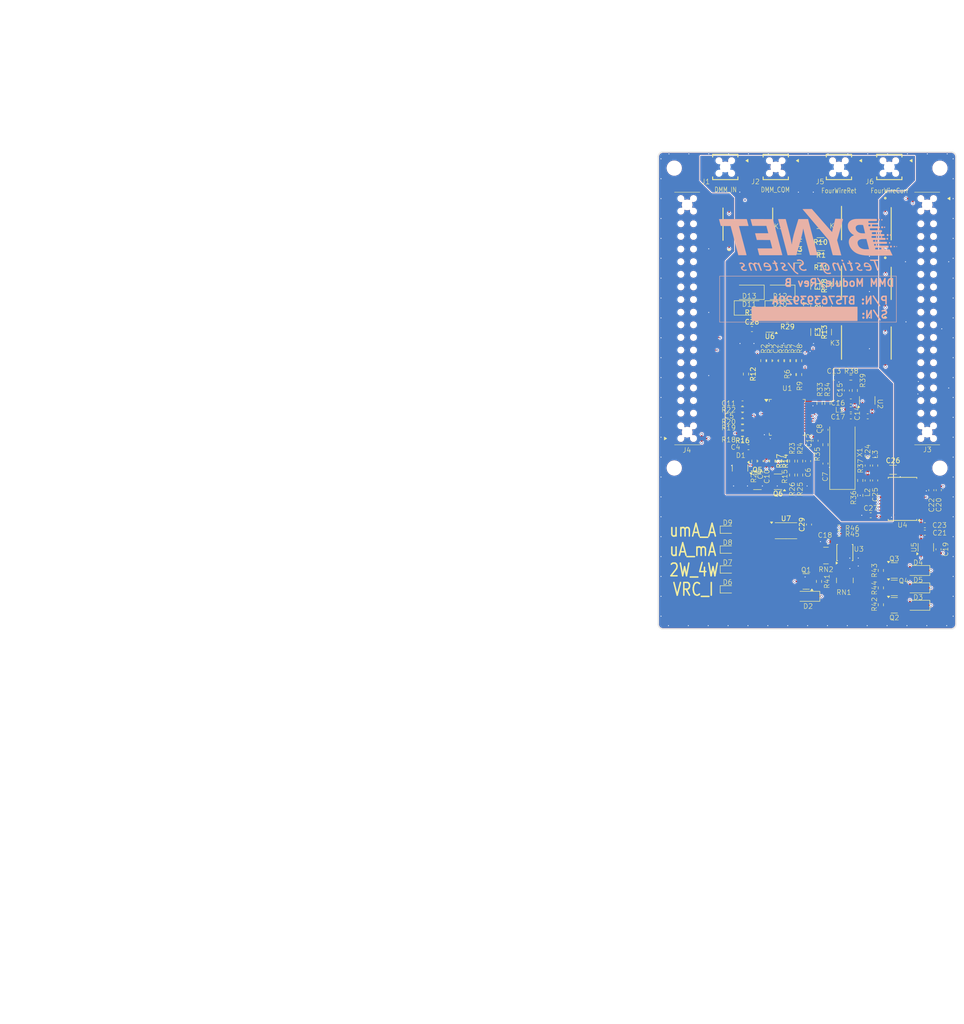
<source format=kicad_pcb>
(kicad_pcb (version 20240108) (generator "pcbnew") (generator_version "8.0")
  (title_block (title "${PART_NAME}") (date "2024-01-20") (rev "B") (company "Sesa Design Inc") (comment 1 "${PART_NUMBER}") (comment 2 "${PART_VERSION}"))
  (layers (0 "F.Cu" signal) (1 "In1.Cu" signal "Signal") (2 "In2.Cu" signal "Power") (31 "B.Cu" signal) (34 "B.Paste" user) (35 "F.Paste" user) (36 "B.SilkS" user "B.Silkscreen") (37 "F.SilkS" user "F.Silkscreen") (38 "B.Mask" user) (39 "F.Mask" user) (44 "Edge.Cuts" user))
  (property "PART_NAME" "DMM Module")
  (property "PART_NUMBER" "BTS76393929A")
  (property "PART_VERSION" "01")
  (net 0 "")
  (net 1 "/MOSI")
  (net 2 "/MISO")
  (net 3 "Net-(U1A-PA0)")
  (net 4 "Net-(C1-Pad2)")
  (net 5 "Net-(U1A-PA3)")
  (net 6 "/DMM DAQ/RLU")
  (net 7 "Net-(U1A-PA9)")
  (net 8 "Net-(C3-Pad2)")
  (net 9 "Net-(U1A-PB4)")
  (net 10 "Net-(U1A-OP1O)")
  (net 11 "GNDA")
  (net 12 "/DMM DAQ/Vref")
  (net 13 "Net-(U1B-FTN)")
  (net 14 "Net-(U1B-FTP)")
  (net 15 "GND")
  (net 16 "Net-(U1B-XOUT)")
  (net 17 "Net-(U1B-XIN)")
  (net 18 "VSSA")
  (net 19 "Net-(U1B-ACM)")
  (net 20 "VDDA")
  (net 21 "Net-(U1B-REFO)")
  (net 22 "VDD")
  (net 23 "5V")
  (net 25 "/Power/RELAY0")
  (net 26 "/Power/RELAY1")
  (net 27 "/Power/RELAY2")
  (net 28 "/Power/RELAY3")
  (net 29 "Net-(D6-A)")
  (net 30 "Net-(D7-A)")
  (net 31 "Net-(D8-A)")
  (net 32 "Net-(D9-A)")
  (net 33 "/FourWireRet")
  (net 43 "/~{CS}")
  (net 47 "/SCLK")
  (net 76 "/SDA")
  (net 78 "/SCL")
  (net 97 "/DMM_IN")
  (net 98 "/FourWireCurr")
  (net 99 "/DMM DAQ/VdOhmCap")
  (net 100 "/DMM DAQ/CurrentIn")
  (net 101 "Net-(K2A-COM1)")
  (net 102 "Net-(K2B-COM2)")
  (net 103 "/DMM DAQ/I_uAmp")
  (net 104 "/DMM DAQ/I_mAmp")
  (net 105 "/DMM DAQ/I_Amp")
  (net 106 "/Power/RCTRL0")
  (net 107 "/Power/RCTRL1")
  (net 108 "/Power/RCTRL2")
  (net 109 "/Power/RCTRL3")
  (net 110 "Net-(U1A-PA1)")
  (net 111 "Net-(U1A-PA2)")
  (net 112 "Net-(U1A-PA4)")
  (net 113 "Net-(U1A-PA5)")
  (net 114 "Net-(R6-Pad1)")
  (net 115 "Net-(U1A-PA6)")
  (net 116 "Net-(R8-Pad2)")
  (net 117 "Net-(U1A-PA7)")
  (net 118 "Net-(U1A-PA8)")
  (net 119 "/DMM DAQ/RLD")
  (net 120 "Net-(U1A-PB0)")
  (net 121 "Net-(U1A-PB8)")
  (net 122 "Net-(U1A-PB3)")
  (net 123 "Net-(U1A-PB1)")
  (net 124 "Net-(U1A-PB2)")
  (net 125 "Net-(U1A-PB5)")
  (net 126 "Net-(U1A-PB7)")
  (net 127 "Net-(U1A-OP1N)")
  (net 128 "Net-(U1A-OP2O)")
  (net 129 "Net-(U1A-OP2N)")
  (net 130 "Net-(U1B-CNT)")
  (net 131 "Net-(U1B-CMP)")
  (net 132 "Net-(U2-FB)")
  (net 139 "Net-(U3-IO0)")
  (net 140 "Net-(U3-IO1)")
  (net 141 "Net-(U3-IO2)")
  (net 142 "Net-(U3-IO3)")
  (net 143 "Net-(D10-A)")
  (net 144 "Net-(K3A-NO1)")
  (net 148 "Net-(K3A-COM1)")
  (net 150 "3V3")
  (net 151 "Net-(U4-Viso)")
  (net 152 "/Interface/SCLK_SYS")
  (net 153 "/Interface/MISO_SYS")
  (net 154 "/Interface/~{CS}_SYS")
  (net 155 "/Interface/MOSI_SYS")
  (net 156 "Net-(U4-Vsel)")
  (net 160 "/Interface/GNDiso")
  (net 161 "/5V_ISO")
  (net 162 "Net-(K3A-NC1)")
  (net 163 "/DMM DAQ/mVOhmCap")
  (net 164 "Net-(Q5-D)")
  (net 165 "Net-(U6-IN+)")
  (net 166 "Net-(U6-IN-)")
  (net 169 "Net-(K4B-NC2)")
  (net 172 "unconnected-(K1B-NC2-Pad7)")
  (footprint "sesa_device:SlimSMPA" (layer "F.Cu") (at 161.845 66.99)
    (property "Reference" "D12")
    (property "Value" "VS-3EJH01-M3")
  )
  (footprint "Resistor_SMD:R_0603_1608Metric" (layer "F.Cu") (at 164.295 100.59 -90)
    (property "Reference" "R26")
    (property "Value" "10k")
  )
  (footprint "Resistor_SMD:R_0603_1608Metric" (layer "F.Cu") (at 173.695 112.39)
    (property "Reference" "R45")
    (property "Value" "10k")
  )
  (footprint "Diode_SMD:D_SOD-123" (layer "F.Cu") (at 167.495 124.99 180)
    (property "Reference" "D2")
    (property "Value" "SX33L")
  )
  (footprint "bynet:Header_SKT_02x02_Fixed_Harwin_M20-7810245" (layer "F.Cu") (at 150.825 38.63 -90)
    (property "Reference" "J1")
    (property "Value" "M20-7810245" (hide yes))
  )
  (footprint "bynet:Header_SKT_02x02_Fixed_Harwin_M20-7810245" (layer "F.Cu") (at 160.985 38.63 -90)
    (property "Reference" "J2")
    (property "Value" "M20-7810245" (hide yes))
  )
  (footprint "Package_TO_SOT_SMD:SOT-23" (layer "F.Cu") (at 153.795 99.19 -90)
    (property "Reference" "D1")
    (property "Value" "1.2V")
  )
  (footprint "Resistor_SMD:R_0603_1608Metric" (layer "F.Cu") (at 164.495 80.39 -90)
    (property "Reference" "R6")
    (property "Value" "1k")
  )
  (footprint "Capacitor_SMD:C_0603_1608Metric" (layer "F.Cu") (at 179.495 88.79)
    (property "Reference" "C14")
    (property "Value" "1u")
  )
  (footprint "Package_SO:TSSOP-8_4.4x3mm_P0.65mm" (layer "F.Cu") (at 163.045 111.79)
    (property "Reference" "U7")
    (property "Value" "AT24C08C")
  )
  (footprint "Package_TO_SOT_SMD:SOT-23-5" (layer "F.Cu") (at 179.395 85.59 90)
    (property "Reference" "U2")
    (property "Value" "TPS7A2401DBVR")
  )
  (footprint "sesa:DPDT_G6K-2F-Y" (layer "F.Cu") (at 184.22 74.046595 180)
    (property "Reference" "K3")
    (property "Value" "G6K-2F-Y-TR" (hide yes))
  )
  (footprint "Resistor_SMD:R_0603_1608Metric" (layer "F.Cu") (at 170.995 94.49 90)
    (property "Reference" "R35")
    (property "Value" "1M")
  )
  (footprint "Package_SO:TSSOP-8_3x3mm_P0.65mm" (layer "F.Cu") (at 174.895 116.19 90)
    (property "Reference" "U3")
    (property "Value" "PI4IOE5V9536UEX")
  )
  (footprint "Resistor_SMD:R_0603_1608Metric" (layer "F.Cu") (at 169.695 121.99 90)
    (property "Reference" "R41")
    (property "Value" "10k")
  )
  (footprint "Resistor_SMD:R_0603_1608Metric" (layer "F.Cu") (at 154.295 93.39 180)
    (property "Reference" "R18")
    (property "Value" "10k")
  )
  (footprint "Resistor_SMD:R_0603_1608Metric" (layer "F.Cu") (at 171.395 86.19 -90)
    (property "Reference" "R34")
    (property "Value" "1M")
  )
  (footprint "Resistor_SMD:R_0603_1608Metric" (layer "F.Cu") (at 162.695 97.79 -90)
    (property "Reference" "R15")
    (property "Value" "100k")
  )
  (footprint "Resistor_SMD:R_0603_1608Metric" (layer "F.Cu") (at 165.895 97.79 -90)
    (property "Reference" "R24")
    (property "Value" "91k")
  )
  (footprint "Resistor_SMD:R_1206_3216Metric" (layer "F.Cu") (at 168.945 62.54 -90)
    (property "Reference" "R28")
    (property "Value" "100")
  )
  (footprint "Inductor_SMD:L_0603_1608Metric" (layer "F.Cu") (at 180.995 98.69 90)
    (property "Reference" "L3")
    (property "Value" "1k@100MHz")
  )
  (footprint "Diode_SMD:D_SOD-123" (layer "F.Cu") (at 189.645 123.29 180)
    (property "Reference" "D5")
    (property "Value" "SX33L")
  )
  (footprint "Diode_SMD:D_SOD-123" (layer "F.Cu") (at 189.645 126.79 180)
    (property "Reference" "D3")
    (property "Value" "SX33L")
  )
  (footprint "Capacitor_SMD:C_0603_1608Metric" (layer "F.Cu") (at 170.995 98.29 90)
    (property "Reference" "C7")
    (property "Value" "18p")
  )
  (footprint "Capacitor_SMD:C_0603_1608Metric" (layer "F.Cu") (at 167.685 110.555 90)
    (property "Reference" "C29")
    (property "Value" "100n")
  )
  (footprint "Resistor_SMD:R_0603_1608Metric" (layer "F.Cu") (at 176.895 83.59 -90)
    (property "Reference" "R39")
    (property "Value" "21k")
  )
  (footprint "Resistor_SMD:R_0603_1608Metric" (layer "F.Cu") (at 165.895 100.59 -90)
    (property "Reference" "R25")
    (property "Value" "10k")
  )
  (footprint "sesa:DPDT_G6K-2F-Y" (layer "F.Cu") (at 184.22 62.046595 180)
    (property "Reference" "K4")
    (property "Value" "G6K-2F-Y-TR" (hide yes))
  )
  (footprint "Capacitor_SMD:C_0603_1608Metric" (layer "F.Cu") (at 193.745 115.54 -90)
    (property "Reference" "C19")
    (property "Value" "2u2")
  )
  (footprint "Package_TO_SOT_SMD:SOT-23-5" (layer "F.Cu") (at 191.195 115.14 90)
    (property "Reference" "U5")
    (property "Value" "NCP164CSN330T1G")
  )
  (footprint "Capacitor_SMD:C_0603_1608Metric" (layer "F.Cu") (at 190.995 112.19 180)
    (property "Reference" "C21")
    (property "Value" "2u2")
  )
  (footprint "MountingHole:MountingHole_2.7mm_M2.5" (layer "F.Cu") (at 140.56 38.859)
    (property "Reference" "MH1" (hide yes))
    (property "Value" "M2.5")
  )
  (footprint "Resistor_SMD:R_0603_1608Metric" (layer "F.Cu") (at 176.095 80.99 180)
    (property "Reference" "R38")
    (property "Value" "11k")
  )
  (footprint "Capacitor_SMD:C_0603_1608Metric" (layer "F.Cu") (at 157.895 97.79 90)
    (property "Reference" "C9")
    (property "Value" "100n")
  )
  (footprint "Capacitor_SMD:C_0603_1608Metric" (layer "F.Cu") (at 168.995 93.69 90)
    (property "Reference" "C12")
    (property "Value" "10u")
  )
  (footprint "Package_QFP:LQFP-48_7x7mm_P0.5mm" (layer "F.Cu") (at 163.295 88.99)
    (property "Reference" "U1")
    (property "Value" "HY3131")
  )
  (footprint "Capacitor_SMD:C_0603_1608Metric" (layer "F.Cu") (at 160.895 77.59 90)
    (property "Reference" "C2")
    (property "Value" "10n")
  )
  (footprint "bynet:Header_SKT_02x20_Fixed_Harwin_M20-7812045" (layer "F.Cu") (at 143.155 69.11 90)
    (property "Reference" "J4")
    (property "Value" "M20-7812045" (hide yes))
  )
  (footprint "Package_TO_SOT_SMD:SOT-23-5" (layer "F.Cu") (at 159.795 70.3025 180)
    (property "Reference" "U6")
    (property "Value" "TLV9061")
  )
  (footprint "Resistor_SMD:R_0603_1608Metric" (layer "F.Cu") (at 182.145 126.69 -90)
    (property "Reference" "R42")
    (property "Value" "10k")
  )
  (footprint "Resistor_SMD:R_0603_1608Metric" (layer "F.Cu") (at 159.695 77.59 -90)
    (property "Reference" "R3")
    (property "Value" "10M")
  )
  (footprint "Diode_SMD:D_SOD-123" (layer "F.Cu") (at 189.645 119.79 180)
    (property "Reference" "D4")
    (property "Value" "SX33L")
  )
  (footprint "bynet:Header_SKT_02x02_Fixed_Harwin_M20-7810245" (layer "F.Cu") (at 173.705 38.63 -90)
    (property "Reference" "J5")
    (property "Value" "M20-7810245" (hide yes))
  )
  (footprint "MountingHole:MountingHole_2.7mm_M2.5" (layer "F.Cu") (at 140.56 99.18)
    (property "Reference" "MH3" (hide yes))
    (property "Value" "M2.5")
  )
  (footprint "LED_SMD:LED_0603_1608Metric" (layer "F.Cu") (at 151.295 119.59)
    (property "Reference" "D7")
    (property "Value" "2W_4W")
  )
  (footprint "Resistor_SMD:R_0603_1608Metric" (layer "F.Cu") (at 164.295 97.79 -90)
    (property "Reference" "R23")
    (property "Value" "91k")
  )
  (footprint "sesa_device:SlimSMPA" (layer "F.Cu") (at 155.645 63.84 180)
    (property "Reference" "D11")
    (property "Value" "VS-3EJH01-M3")
  )
  (footprint "Capacitor_SMD:C_0603_1608Metric" (layer "F.Cu") (at 156.195 71.24)
    (property "Reference" "C28")
    (property "Value" "100n")
  )
  (footprint "Inductor_SMD:L_0603_1608Metric" (layer "F.Cu") (at 176.095 87.39 180)
    (property "Reference" "L1")
    (property "Value" "1k@100MHz")
  )
  (footprint "Resistor_SMD:R_0603_1608Metric" (layer "F.Cu") (at 160.295 97.79 -90)
    (property "Reference" "R17")
    (property "Value" "10k")
  )
  (footprint "Capacitor_SMD:C_0603_1608Metric" (layer "F.Cu") (at 192.295 103.64 90)
    (property "Reference" "C22")
    (property "Value" "100n")
  )
  (footprint "Capacitor_SMD:C_0603_1608Metric" (layer "F.Cu") (at 176.095 88.79 180)
    (property "Reference" "C17")
    (property "Value" "1u")
  )
  (footprint "Capacitor_SMD:C_0603_1608Metric" (layer "F.Cu") (at 154.295 86.19)
    (property "Reference" "C11")
    (property "Value" "100n")
  )
  (footprint "bynet:Header_SKT_02x20_Fixed_Harwin_M20-7812045" (layer "F.Cu") (at 191.465 69.11 -90)
    (property "Reference" "J3")
    (property "Value" "M20-7812045" (hide yes))
  )
  (footprint "Resistor_SMD:R_0603_1608Metric" (layer "F.Cu") (at 154.295 90.99 180)
    (property "Reference" "R19")
    (property "Value" "1M")
  )
  (footprint "Resistor_SMD:R_0603_1608Metric" (layer "F.Cu") (at 154.295 87.39 180)
    (property "Reference" "R22")
    (property "Value" "10k")
  )
  (footprint "Capacitor_SMD:C_0603_1608Metric" (layer "F.Cu") (at 180.995 101.69 -90)
    (property "Reference" "C25")
    (property "Value" "100n")
  )
  (footprint "Resistor_SMD:R_0603_1608Metric" (layer "F.Cu") (at 164.495 77.59 -90)
    (property "Reference" "R7")
    (property "Value" "100k")
  )
  (footprint "Resistor_SMD:R_0603_1608Metric" (layer "F.Cu") (at 156.195 69.34)
    (property "Reference" "R30")
    (property "Value" "100")
  )
  (footprint "Resistor_SMD:R_Array_Convex_4x0603" (layer "F.Cu") (at 171.095 116.79 180)
    (property "Reference" "RN2")
    (property "Value" "4k7")
  )
  (footprint "Resistor_SMD:R_0603_1608Metric" (layer "F.Cu") (at 163.295 77.59 -90)
    (property "Reference" "R5")
    (property "Value" "10k")
  )
  (footprint "LED_SMD:LED_0603_1608Metric" (layer "F.Cu") (at 151.295 115.59)
    (property "Reference" "D8")
    (property "Value" "uA_mA")
  )
  (footprint "sesa:DPDT_G6K-2F-Y" (layer "F.Cu") (at 184.22 50.046595 180)
    (property "Reference" "K2")
    (property "Value" "G6K-2F-Y-TR" (hide yes))
  )
  (footprint "Package_SO:SSOP-24_5.3x8.2mm_P0.65mm" (layer "F.Cu") (at 186.495 105.39 180)
    (property "Reference" "U4")
    (property "Value" "ADUM5411BRSZ")
  )
  (footprint "Resistor_SMD:R_0603_1608Metric" (layer "F.Cu") (at 162.095 77.59 -90)
    (property "Reference" "R4")
    (property "Value" "1k")
  )
  (footprint "Resistor_SMD:R_1206_3216Metric" (layer "F.Cu") (at 168.945 67.19 90)
    (property "Reference" "R27")
    (property "Value" "1")
  )
  (footprint "Package_TO_SOT_SMD:SOT-23-3" (layer "F.Cu") (at 161.445 101.9525 180)
    (property "Reference" "Q6")
    (property "Value" " MMBT3904")
  )
  (footprint "Resistor_SMD:R_1206_3216Metric" (layer "F.Cu") (at 170.095 57.04 180)
    (property "Reference" "R11")
    (property "Value" "30k")
  )
  (footprint "Package_TO_SOT_SMD:SOT-23" (layer "F.Cu") (at 167.095 121.99 180)
    (property "Reference" "Q1")
    (property "Value" "DMN2056U")
  )
  (footprint "Resistor_SMD:R_1206_3216Metric" (layer "F.Cu") (at 169.995 51.94 180)
    (property "Reference" "R10")
    (property "Value" "10M")
  )
  (footprint "Resistor_SMD:R_0603_1608Metric" (layer "F.Cu") (at 154.295 92.24 180)
    (property "Reference" "R16")
    (property "Value" "10k")
  )
  (footprint "Resistor_SMD:R_1206_3216Metric" (layer "F.Cu") (at 170.095 54.54 180)
    (property "Reference" "R1")
    (property "Value" "10M")
  )
  (footprint "Capacitor_SMD:C_0603_1608Metric" (layer "F.Cu") (at 159.095 97.79 90)
    (property "Reference" "C10")
    (property "Value" "1u")
  )
  (footprint "Resistor_SMD:R_0603_1608Metric" (layer "F.Cu") (at 173.695 111.19)
    (property "Reference" "R46")
    (property "Value" "10k")
  )
  (footprint "Resistor_SMD:R_Array_Convex_4x0603" (layer "F.Cu") (at 174.895 121.79 90)
    (property "Reference" "RN1")
    (property "Value" "33")
  )
  (footprint "Capacitor_SMD:C_0603_1608Metric" (layer "F.Cu") (at 180.095 108.69)
    (property "Reference" "C27")
    (property "Value" "100n")
  )
  (footprint "Fuse:Fuse_1206_3216Metric" (layer "F.Cu") (at 171.295 67.19 90)
    (property "Reference" "F2")
    (property "Value" "500mA")
  )
  (footprint "Resistor_SMD:R_0603_1608Metric" (layer "F.Cu") (at 177.995 101.69 90)
    (property "Reference" "R37")
    (property "Value" "30k")
  )
  (footprint "Resistor_SMD:R_0603_1608Metric" (layer "F.Cu") (at 165.695 80.39 -90)
    (property "Reference" "R9")
    (property "Value" "110k")
  )
  (footprint "Capacitor_SMD:C_0603_1608Metric" (layer "F.Cu") (at 175.295 83.59 -90)
    (property "Reference" "C15")
    (property "Value" "100n")
  )
  (footprint "Capacitor_SMD:C_0603_1608Metric" (layer "F.Cu") (at 172.695 80.99)
    (property "Reference" "C13")
    (property "Value" "100n")
  )
  (footprint "Resistor_SMD:R_0603_1608Metric" (layer "F.Cu") (at 156.695 97.79 90)
    (property "Reference" "R21")
    (property "Value" "10k")
  )
  (footprint "Resistor_SMD:R_0603_1608Metric" (layer "F.Cu") (at 163.345 69.34 180)
    (property "Reference" "R29")
    (property "Value" "10k")
  )
  (footprint "Capacitor_SMD:C_0603_1608Metric" (layer "F.Cu") (at 170.995 91.49 -90)
    (property "Reference" "C8")
    (property "Value" "18p")
  )
  (footprint "Resistor_SMD:R_0603_1608Metric" (layer "F.Cu") (at 158.495 77.59 -90)
    (property "Reference" "R2")
    (property "Value" "1k")
  )
  (footprint "Inductor_SMD:L_0603_1608Metric" (layer "F.Cu") (at 179.495 101.69 90)
    (property "Reference" "L2")
    (property "Value" "1k@100MHz")
  )
  (footprint "Capacitor_SMD:C_0603_1608Metric" (layer "F.Cu") (at 193.795 103.64 90)
    (property "Reference" "C20")
    (property "Value" "10u")
  )
  (footprint "Resistor_SMD:R_0603_1608Metric" (layer "F.Cu") (at 165.695 77.59 -90)
    (property "Reference" "R8")
    (property "Value" "1M")
  )
  (footprint "Package_TO_SOT_SMD:SOT-23" (layer "F.Cu") (at 184.845 119.79)
    (property "Reference" "Q3")
    (property "Value" "DMN2056U")
  )
  (footprint "Capacitor_SMD:C_0603_1608Metric" (layer "F.Cu") (at 171.495 113.99)
    (property "Reference" "C18")
    (property "Value" "100n")
  )
  (footprint "Resistor_SMD:R_1206_3216Metric" (layer "F.Cu") (at 168.945 71.84 -90)
    (property "Reference" "R13")
    (property "Value" "20m")
  )
  (footprint "Capacitor_SMD:C_0603_1608Metric" (layer "F.Cu") (at 154.295 88.59)
    (property "Reference" "C5")
    (property "Value" "10u")
  )
  (footprint "Capacitor_SMD:C_0603_1608Metric" (layer "F.Cu") (at 176.095 85.79)
    (property "Reference" "C16")
    (property "Value" "2u2")
  )
  (footprint "LED_SMD:LED_0603_1608Metric" (layer "F.Cu") (at 151.295 123.59)
    (property "Reference" "D6")
    (property "Value" "VRC_I")
  )
  (footprint "Fuse:Fuse_1206_3216Metric" (layer "F.Cu") (at 171.295 71.84 90)
    (property "Reference" "F3")
    (property "Value" "2A")
  )
  (footprint "Package_TO_SOT_SMD:SOT-23" (layer "F.Cu") (at 184.845 123.29)
    (property "Reference" "Q4")
    (property "Value" "DMN2056U")
  )
  (footprint "Capacitor_SMD:C_0603_1608Metric" (layer "F.Cu") (at 167.495 97.79 -90)
    (property "Reference" "C6")
    (property "Value" "27n")
  )
  (footprint "sesa_device:SlimSMPA" (layer "F.Cu") (at 155.645 66.99)
    (property "Reference" "D13")
    (property "Value" "VS-3EJH01-M3")
  )
  (footprint "MountingHole:MountingHole_2.7mm_M2.5" (layer "F.Cu") (at 194.031 99.201)
    (property "Reference" "MH4" (hide yes))
    (property "Value" "M2.5")
  )
  (footprint "MountingHole:MountingHole_2.7mm_M2.5" (layer "F.Cu") (at 194.031 38.88)
    (property "Reference" "MH2" (hide yes))
    (property "Value" "M2.5")
  )
  (footprint "Capacitor_SMD:C_0603_1608Metric" (layer "F.Cu") (at 155.495 94.99)
    (property "Reference" "C4")
    (property "Value" "1u")
  )
  (footprint "Resistor_SMD:R_0603_1608Metric" (layer "F.Cu") (at 161.495 97.79 -90)
    (property "Reference" "R14")
    (property "Value" "910k")
  )
  (footprint "Resistor_SMD:R_0603_1608Metric" (layer "F.Cu") (at 182.145 119.79 -90)
    (property "Reference" "R43")
    (property "Value" "10k")
  )
  (footprint "Crystal:Crystal_SMD_HC49-SD" (layer "F.Cu") (at 174.395 96.79 90)
    (property "Reference" "X1")
    (property "Value" "4.9152MHz")
  )
  (footprint "sesa:DPDT_G6K-2F-Y" (layer "F.Cu") (at 150.37 50.133405)
    (property "Reference" "K1")
    (property "Value" "G6K-2F-Y-TR" (hide yes))
  )
  (footprint "Capacitor_SMD:C_1206_3216Metric" (layer "F.Cu") (at 165.445 54.54)
    (property "Reference" "C1")
    (property "Value" "5p6")
  )
  (footprint "Resistor_SMD:R_0603_1608Metric" (layer "F.Cu") (at 169.795 86.19 -90)
    (property "Reference" "R33")
    (property "Value" "1M")
  )
  (footprint "bynet:Header_SKT_02x02_Fixed_Harwin_M20-7810245" (layer "F.Cu") (at 183.845 38.63 -90)
    (property "Reference" "J6")
    (property "Value" "M20-7810245" (hide yes))
  )
  (footprint "Capacitor_SMD:C_0603_1608Metric" (layer "F.Cu") (at 190.995 110.69 180)
    (property "Reference" "C23")
    (property "Value" "100n")
  )
  (footprint "sesa_device:SlimSMPA" (layer "F.Cu") (at 161.845 63.84 180)
    (property "Reference" "D10")
    (property "Value" "VS-3EJH01-M3")
  )
  (footprint "Resistor_SMD:R_0603_1608Metric" (layer "F.Cu") (at 177.995 104.69 -90)
    (property "Reference" "R36")
    (property "Value" "10k")
  )
  (footprint "Capacitor_SMD:C_1206_3216Metric" (layer "F.Cu") (at 184.595 99.54)
    (property "Reference" "C26")
    (property "Value" "100p")
  )
  (footprint "Package_TO_SOT_SMD:SOT-23" (layer "F.Cu") (at 184.845 126.79)
    (property "Reference" "Q2")
    (property "Value" "DMN2056U")
  )
  (footprint "Capacitor_SMD:C_1206_3216Metric" (layer "F.Cu") (at 165.395 57.04)
    (property "Reference" "C3")
    (property "Value" "5p6")
  )
  (footprint "Capacitor_SMD:C_0603_1608Metric" (layer "F.Cu") (at 179.495 98.69 -90)
    (property "Reference" "C24")
    (property "Value" "10u")
  )
  (footprint "Resistor_SMD:R_0603_1608Metric" (layer "F.Cu") (at 154.295 89.79 180)
    (property "Reference" "R20")
    (property "Value" "10k")
  )
  (footprint "Resistor_SMD:R_0603_1608Metric" (layer "F.Cu") (at 182.145 123.29 -90)
    (property "Reference" "R44")
    (property "Value" "10k")
  )
  (footprint "Fuse:Fuse_1206_3216Metric" (layer "F.Cu") (at 171.245 62.54 90)
    (property "Reference" "F1")
    (property "Value" "50mA")
  )
  (footprint "LED_SMD:LED_0603_1608Metric" (layer "F.Cu") (at 151.295 111.59)
    (property "Reference" "D9")
    (property "Value" "umA_A")
  )
  (footprint "Package_TO_SOT_SMD:SOT-23-3" (layer "F.Cu") (at 157.295 101.965)
    (property "Reference" "Q5")
    (property "Value" " MMBT3904")
  )
  (footprint "Resistor_SMD:R_0603_1608Metric" (layer "F.Cu") (at 154.995 80.29 -90)
    (property "Reference" "R12")
    (property "Value" "10k")
  )
  (footprint "bynet:BYNET_LOGO_1200x1200" (layer "B.Cu") (at 168.405 53.6548 180)
    (property "Reference" "G***" (hide yes))
    (property "Value" "LOGO" (hide yes))
  )
  (gr_poly (pts (xy 185.2596 60.59) (xy 149.689 60.59) (xy 149.689 69.8398) (xy 185.269134 69.8398)) (stroke (width 0.1)) (fill none) (layer "B.SilkS"))
  (gr_poly (pts (xy 177.385 69.564) (xy 156.16 69.564) (xy 156.16 66.7966) (xy 177.385 66.7966)) (stroke (width 0.1)) (fill solid) (layer "B.SilkS"))
  (gr_line (start 196.295 131.59) (end 138.295 131.59) (stroke (width 0.1)) (layer "Edge.Cuts"))
  (gr_line (start 138.296007 35.588993) (end 196.295 35.588993) (stroke (width 0.1)) (layer "Edge.Cuts"))
  (gr_arc (start 137.295 36.59) (mid 137.588189 35.882184) (end 138.296007 35.588993) (stroke (width 0.1)) (layer "Edge.Cuts"))
  (gr_line (start 137.295 130.59) (end 137.295 36.59) (stroke (width 0.1)) (layer "Edge.Cuts"))
  (gr_arc (start 196.295 35.588993) (mid 197.002819 35.882181) (end 197.296007 36.59) (stroke (width 0.1)) (layer "Edge.Cuts"))
  (gr_arc (start 138.295 131.59) (mid 137.587893 131.297107) (end 137.295 130.59) (stroke (width 0.1)) (layer "Edge.Cuts"))
  (gr_arc (start 197.295 130.59) (mid 197.002107 131.297107) (end 196.295 131.59) (stroke (width 0.1)) (layer "Edge.Cuts"))
  (gr_line (start 197.296007 36.59) (end 197.295 130.59) (stroke (width 0.1)) (layer "Edge.Cuts"))
  (gr_text "P/N: ${PART_NUMBER}\n" (at 183.735 65.4758 0) (layer "B.SilkS") (effects (font (size 1.5 1.5) (thickness 0.3)) (justify left mirror)))
  (gr_text "${PART_NAME}/Rev ${REVISION}\n" (at 185.015 61.9374 0) (layer "B.SilkS") (effects (font (size 1.5 1.5) (thickness 0.3)) (justify left mirror)))
  (gr_text "S/N:" (at 183.745 68.337 0) (layer "B.SilkS") (effects (font (size 1.5 1.5) (thickness 0.3)) (justify left mirror)))
  (gr_text "DMM_COM" (at 160.895 43.79 0) (layer "F.SilkS") (effects (font (size 1 0.8) (thickness 0.1)) (justify bottom)))
  (gr_text "uA_mA" (at 139.395 117.09 0) (layer "F.SilkS") (effects (font (size 2.56 2) (thickness 0.3) (bold yes)) (justify left bottom)))
  (gr_text "2W_4W" (at 139.395 121.19 0) (layer "F.SilkS") (effects (font (size 2.56 2) (thickness 0.3) (bold yes)) (justify left bottom)))
  (gr_text "FourWireRet" (at 173.695 43.99 0) (layer "F.SilkS") (effects (font (size 1 0.8) (thickness 0.1)) (justify bottom)))
  (gr_text "umA_A" (at 139.395 113.19 0) (layer "F.SilkS") (effects (font (size 2.56 2) (thickness 0.3) (bold yes)) (justify left bottom)))
  (gr_text "DMM_IN" (at 150.895 43.79 0) (layer "F.SilkS") (effects (font (size 1 0.8) (thickness 0.1)) (justify bottom)))
  (gr_text "FourWireCurr" (at 183.895 43.99 0) (layer "F.SilkS") (effects (font (size 1 0.8) (thickness 0.1)) (justify bottom)))
  (gr_text "VRC_I" (at 140.095 125.09 0) (layer "F.SilkS") (effects (font (size 2.56 2) (thickness 0.3) (bold yes)) (justify left bottom)))
  (segment (start 182.895 107.665) (end 181.67 107.665) (width 0.2) (layer "F.Cu") (net 1))
  (segment (start 181.67 107.665) (end 181.645 107.64) (width 0.2) (layer "F.Cu") (net 1))
  (segment (start 167.4575 88.74) (end 168.445 88.74) (width 0.2) (layer "F.Cu") (net 1))
  (via (at 168.445 88.74) (size 0.4) (drill 0.2) (layers "F.Cu" "B.Cu") (net 1))
  (via (at 181.645 107.64) (size 0.4) (drill 0.2) (layers "F.Cu" "B.Cu") (net 1))
  (segment (start 181.645 105.739997) (end 182.870003 105.739997) (width 0.2) (layer "F.Cu") (net 2))
  (segment (start 182.870003 105.739997) (end 182.895 105.715) (width 0.2) (layer "F.Cu") (net 2))
  (segment (start 168.687354 88.24) (end 169.021675 88.574321) (width 0.2) (layer "F.Cu") (net 2))
  (segment (start 167.4575 88.24) (end 168.687354 88.24) (width 0.2) (layer "F.Cu") (net 2))
  (via (at 181.645 105.739997) (size 0.4) (drill 0.2) (layers "F.Cu" "B.Cu") (net 2))
  (via (at 169.021675 88.574321) (size 0.4) (drill 0.2) (layers "F.Cu" "B.Cu") (net 2))
  (segment (start 161.545 84.8275) (end 161.545 82.74) (width 0.2) (layer "F.Cu") (net 3))
  (segment (start 159.97 81.165) (end 157.295 81.165) (width 0.2) (layer "F.Cu") (net 3))
  (segment (start 161.545 82.74) (end 159.97 81.165) (width 0.2) (layer "F.Cu") (net 3))
  (segment (start 157.295 79.615) (end 157.295 78.415) (width 0.2) (layer "F.Cu") (net 4))
  (segment (start 163.045 82.508628) (end 160.895 80.358628) (width 0.2) (layer "F.Cu") (net 5))
  (segment (start 160.895 80.358628) (end 160.895 78.365) (width 0.2) (layer "F.Cu") (net 5))
  (segment (start 163.045 84.8275) (end 163.045 82.508628) (width 0.2) (layer "F.Cu") (net 5))
  (segment (start 156.495 81.582462) (end 156.495 77.79) (width 0.2) (layer "F.Cu") (net 6))
  (segment (start 158.495 76.765) (end 165.695 76.765) (width 0.2) (layer "F.Cu") (net 6))
  (segment (start 156.82 77.465) (end 158.32 77.465) (width 0.2) (layer "F.Cu") (net 6))
  (segment (start 156.495 77.79) (end 156.82 77.465) (width 0.2) (layer "F.Cu") (net 6))
  (segment (start 158.32 77.465) (end 158.495 77.29) (width 0.2) (layer "F.Cu") (net 6))
  (segment (start 160.095 81.99) (end 156.902538 81.99) (width 0.2) (layer "F.Cu") (net 6))
  (segment (start 161.045 82.94) (end 160.095 81.99) (width 0.2) (layer "F.Cu") (net 6))
  (segment (start 156.902538 81.99) (end 156.495 81.582462) (width 0.2) (layer "F.Cu") (net 6))
  (segment (start 158.495 77.29) (end 158.495 76.765) (width 0.2) (layer "F.Cu") (net 6))
  (segment (start 161.045 84.8275) (end 161.045 82.94) (width 0.2) (layer "F.Cu") (net 6))
  (segment (start 166.045 84.8275) (end 166.045 84.24) (width 0.2) (layer "F.Cu") (net 7))
  (segment (start 166.045 84.24) (end 168.095 82.19) (width 0.2) (layer "F.Cu") (net 7))
  (segment (start 168.095 82.19) (end 168.095 81.165) (width 0.2) (layer "F.Cu") (net 7))
  (segment (start 168.095 79.615) (end 168.095 78.415) (width 0.2) (layer "F.Cu") (net 8))
  (segment (start 156.845 90.24) (end 156.095 90.99) (width 0.2) (layer "F.Cu") (net 9))
  (segment (start 156.095 90.99) (end 155.12 90.99) (width 0.2) (layer "F.Cu") (net 9))
  (segment (start 154.42 91.69) (end 154.42 94.69) (width 0.2) (layer "F.Cu") (net 9))
  (segment (start 154.42 94.69) (end 154.72 94.99) (width 0.2) (layer "F.Cu") (net 9))
  (segment (start 155.12 90.99) (end 154.42 91.69) (width 0.2) (layer "F.Cu") (net 9))
  (segment (start 159.1325 90.24) (end 156.845 90.24) (width 0.2) (layer "F.Cu") (net 9))
  (segment (start 163.545 93.1525) (end 163.545 95.105686) (width 0.2) (layer "F.Cu") (net 10))
  (segment (start 163.545 92.349315) (end 163.545 93.1525) (width 0.2) (layer "F.Cu") (net 10))
  (segment (start 164.295 95.855686) (end 164.295 96.965) (width 0.2) (layer "F.Cu") (net 10))
  (segment (start 156.27 94.99) (end 157.404315 94.99) (width 0.2) (layer "F.Cu") (net 10))
  (segment (start 160.304315 92.09) (end 163.285685 92.09) (width 0.2) (layer "F.Cu") (net 10))
  (segment (start 163.545 95.105686) (end 164.295 95.855686) (width 0.2) (layer "F.Cu") (net 10))
  (segment (start 157.404315 94.99) (end 160.304315 92.09) (width 0.2) (layer "F.Cu") (net 10))
  (segment (start 163.285685 92.09) (end 163.545 92.349315) (width 0.2) (layer "F.Cu") (net 10))
  (segment (start 179.795 46.521595) (end 179.82 46.546595) (width 0.2) (layer "F.Cu") (net 11))
  (via (at 156.595 74.14) (size 0.4) (drill 0.2) (layers "F.Cu" "B.Cu") (net 11))
  (via (at 164.295 102.79) (size 0.4) (drill 0.2) (layers "F.Cu" "B.Cu") (net 11))
  (via (at 161.295 102.79) (size 0.4) (drill 0.2) (layers "F.Cu" "B.Cu") (net 11))
  (via (at 179.845 68.94) (size 0.4) (drill 0.2) (layers "F.Cu" "B.Cu") (net 11))
  (via (at 159.545 43.69) (size 0.4) (drill 0.2) (layers "F.Cu" "B.Cu") (net 11))
  (via (at 179.845 75.19) (size 0.4) (drill 0.2) (layers "F.Cu" "B.Cu") (net 11))
  (via (at 165.545 43.69) (size 0.4) (drill 0.2) (layers "F.Cu" "B.Cu") (net 11))
  (via (at 162.595 74.14) (size 0.4) (drill 0.2) (layers "F.Cu" "B.Cu") (net 11))
  (via (at 158.695 92.49) (size 0.4) (drill 0.2) (layers "F.Cu" "B.Cu") (net 11))
  (via (at 153.745 43.69) (size 0.4) (drill 0.2) (layers "F.Cu" "B.Cu") (net 11))
  (via (at 159.095 77.59) (size 0.4) (drill 0.2) (layers "F.Cu" "B.Cu") (net 11))
  (via (at 155.295 102.79) (size 0.4) (drill 0.2) (layers "F.Cu" "B.Cu") (net 11))
  (via (at 159.895 93.29) (size 0.4) (drill 0.2) (layers "F.Cu" "B.Cu") (net 11))
  (via (at 168.595 74.14) (size 0.4) (drill 0.2) (layers "F.Cu" "B.Cu") (net 11))
  (via (at 179.845 63.69) (size 0.4) (drill 0.2) (layers "F.Cu" "B.Cu") (net 11))
  (via (at 152.495 102.79) (size 0.4) (drill 0.2) (layers "F.Cu" "B.Cu") (net 11))
  (via (at 167.295 102.79) (size 0.4) (drill 0.2) (layers "F.Cu" "B.Cu") (net 11))
  (via (at 159.595 74.14) (size 0.4) (drill 0.2) (layers "F.Cu" "B.Cu") (net 11))
  (via (at 153.795 74.14) (size 0.4) (drill 0.2) (layers "F.Cu" "B.Cu") (net 11))
  (via (at 165.595 74.14) (size 0.4) (drill 0.2) (layers "F.Cu" "B.Cu") (net 11))
  (via (at 158.295 102.79) (size 0.4) (drill 0.2) (layers "F.Cu" "B.Cu") (net 11))
  (via (at 168.545 43.69) (size 0.4) (drill 0.2) (layers "F.Cu" "B.Cu") (net 11))
  (via (at 164.095 80.39) (size 0.4) (drill 0.2) (layers "F.Cu" "B.Cu") (net 11))
  (via (at 152.095 98.69) (size 0.4) (drill 0.2) (layers "F.Cu" "B.Cu") (net 11))
  (via (at 162.545 43.69) (size 0.4) (drill 0.2) (layers "F.Cu" "B.Cu") (net 11))
  (via (at 179.845 56.59) (size 0.4) (drill 0.2) (layers "F.Cu" "B.Cu") (net 11))
  (via (at 167.895 75.74) (size 0.4) (drill 0.2) (layers "F.Cu" "B.Cu") (net 11))
  (segment (start 154.745 98.4525) (end 154.845 98.5525) (width 0.2) (layer "F.Cu") (net 12))
  (segment (start 156.595 88.59) (end 155.07 88.59) (width 0.2) (layer "F.Cu") (net 12))
  (segment (start 154.845 98.5525) (end 155.8575 98.5525) (width 0.2) (layer "F.Cu") (net 12))
  (segment (start 155.8575 98.5525) (end 155.895 98.59) (width 0.2) (layer "F.Cu") (net 12))
  (segment (start 156.67 98.59) (end 156.695 98.615) (width 0.2) (layer "F.Cu") (net 12))
  (segment (start 154.745 98.2525) (end 154.745 98.4525) (width 0.2) (layer "F.Cu") (net 12))
  (segment (start 155.895 98.59) (end 156.67 98.59) (width 0.2) (layer "F.Cu") (net 12))
  (segment (start 157.245 89.24) (end 156.595 88.59) (width 0.2) (layer "F.Cu") (net 12))
  (segment (start 159.1325 89.24) (end 157.245 89.24) (width 0.2) (layer "F.Cu") (net 12))
  (via (at 155.895 98.59) (size 0.4) (drill 0.2) (layers "F.Cu" "B.Cu") (net 12))
  (via (at 156.595 88.59) (size 0.4) (drill 0.2) (layers "F.Cu" "B.Cu") (net 12))
  (segment (start 165.545 93.1525) (end 165.545 94.44) (width 0.2) (layer "F.Cu") (net 13))
  (segment (start 167.495 96.39) (end 167.495 97.015) (width 0.2) (layer "F.Cu") (net 13))
  (segment (start 165.545 94.44) (end 167.495 96.39) (width 0.2) (layer "F.Cu") (net 13))
  (segment (start 165.045 94.74) (end 166.72 96.415) (width 0.2) (layer "F.Cu") (net 14))
  (segment (start 166.72 97.79) (end 167.495 98.565) (width 0.2) (layer "F.Cu") (net 14))
  (segment (start 166.72 96.415) (end 166.72 97.79) (width 0.2) (layer "F.Cu") (net 14))
  (segment (start 165.045 93.1525) (end 165.045 94.74) (width 0.2) (layer "F.Cu") (net 14))
  (via (at 187.195 69.79) (size 0.4) (drill 0.2) (layers "F.Cu" "B.Cu") (net 15))
  (via (at 183.495 35.99) (size 0.4) (drill 0.2) (layers "F.Cu" "B.Cu") (net 15))
  (via (at 189.695 81.79) (size 0.4) (drill 0.2) (layers "F.Cu" "B.Cu") (net 15))
  (via (at 137.895 76.99) (size 0.4) (drill 0.2) (layers "F.Cu" "B.Cu") (net 15))
  (via (at 191.495 35.99) (size 0.4) (drill 0.2) (layers "F.Cu" "B.Cu") (net 15))
  (via (at 196.695 104.99) (size 0.4) (drill 0.2) (layers "F.Cu" "B.Cu") (net 15))
  (via (at 137.895 100.99) (size 0.4) (drill 0.2) (layers "F.Cu" "B.Cu") (net 15))
  (via (at 186.045 100.94) (size 0.4) (drill 0.2) (layers "F.Cu" "B.Cu") (net 15))
  (via (at 137.895 120.99) (size 0.4) (drill 0.2) (layers "F.Cu" "B.Cu") (net 15))
  (via (at 196.695 64.99) (size 0.4) (drill 0.2) (layers "F.Cu" "B.Cu") (net 15))
  (via (at 177.595 118.89) (size 0.4) (drill 0.2) (layers "F.Cu" "B.Cu") (net 15))
  (via (at 179.395 130.89) (size 0.4) (drill 0.2) (layers "F.Cu" "B.Cu") (net 15))
  (via (at 137.895 72.99) (size 0.4) (drill 0.2) (layers "F.Cu" "B.Cu") (net 15))
  (via (at 195.395 130.89) (size 0.4) (drill 0.2) (layers "F.Cu" "B.Cu") (net 15))
  (via (at 143.395 130.89) (size 0.4) (drill 0.2) (layers "F.Cu" "B.Cu") (net 15))
  (via (at 196.695 124.99) (size 0.4) (drill 0.2) (layers "F.Cu" "B.Cu") (net 15))
  (via (at 196.695 36.99) (size 0.4) (drill 0.2) (layers "F.Cu" "B.Cu") (net 15))
  (via (at 137.895 116.99) (size 0.4) (drill 0.2) (layers "F.Cu" "B.Cu") (net 15))
  (via (at 137.895 60.99) (size 0.4) (drill 0.2) (layers "F.Cu" "B.Cu") (net 15))
  (via (at 175.395 130.89) (size 0.4) (drill 0.2) (layers "F.Cu" "B.Cu") (net 15))
  (via (at 167.495 35.99) (size 0.4) (drill 0.2) (layers "F.Cu" "B.Cu") (net 15))
  (via (at 147.495 80.59) (size 0.4) (drill 0.2) (layers "F.Cu" "B.Cu") (net 15))
  (via (at 147.495 35.99) (size 0.4) (drill 0.2) (layers "F.Cu" "B.Cu") (net 15))
  (via (at 196.695 112.99) (size 0.4) (drill 0.2) (layers "F.Cu" "B.Cu") (net 15))
  (via (at 196.695 120.99) (size 0.4) (drill 0.2) (layers "F.Cu" "B.Cu") (net 15))
  (via (at 147.395 130.89) (size 0.4) (drill 0.2) (layers "F.Cu" "B.Cu") (net 15))
  (via (at 196.695 52.99) (size 0.4) (drill 0.2) (layers "F.Cu" "B.Cu") (net 15))
  (via (at 191.395 130.89) (size 0.4) (drill 0.2) (layers "F.Cu" "B.Cu") (net 15))
  (via (at 137.895 56.99) (size 0.4) (drill 0.2) (layers "F.Cu" "B.Cu") (net 15))
  (via (at 151.495 35.99) (size 0.4) (drill 0.2) (layers "F.Cu" "B.Cu") (net 15))
  (via (at 194.395 71.19) (size 0.4) (drill 0.2) (layers "F.Cu" "B.Cu") (net 15))
  (via (at 196.695 108.99) (size 0.4) (drill 0.2) (layers "F.Cu" "B.Cu") (net 15))
  (via (at 196.695 60.99) (size 0.4) (drill 0.2) (layers "F.Cu" "B.Cu") (net 15))
  (via (at 179.495 35.99) (size 0.4) (drill 0.2) (layers "F.Cu" "B.Cu") (net 15))
  (via (at 196.695 88.99) (size 0.4) (drill 0.2) (layers "F.Cu" "B.Cu") (net 15))
  (via (at 196.695 92.99) (size 0.4) (drill 0.2) (layers "F.Cu" "B.Cu") (net 15))
  (via (at 169.995 113.99) (size 0.4) (drill 0.2) (layers "F.Cu" "B.Cu") (net 15))
  (via (at 137.895 108.99) (size 0.4) (drill 0.2) (layers "F.Cu" "B.Cu") (net 15))
  (via (at 196.695 84.99) (size 0.4) (drill 0.2) (layers "F.Cu" "B.Cu") (net 15))
  (via (at 137.895 52.99) (size 0.4) (drill 0.2) (layers "F.Cu" "B.Cu") (net 15))
  (via (at 175.895 117.29) (size 0.4) (drill 0.2) (layers "F.Cu" "B.Cu") (net 15))
  (via (at 187.095 57.69) (size 0.4) (drill 0.2) (layers "F.Cu" "B.Cu") (net 15))
  (via (at 137.895 80.99) (size 0.4) (drill 0.2) (layers "F.Cu" "B.Cu") (net 15))
  (via (at 183.395 130.89) (size 0.4) (drill 0.2) (layers "F.Cu" "B.Cu") (net 15))
  (via (at 137.895 128.99) (size 0.4) (drill 0.2) (layers "F.Cu" "B.Cu") (net 15))
  (via (at 137.895 92.99) (size 0.4) (drill 0.2) (layers "F.Cu" "B.Cu") (net 15))
  (via (at 143.495 35.99) (size 0.4) (drill 0.2) (layers "F.Cu" "B.Cu") (net 15))
  (via (at 137.895 104.99) (size 0.4) (drill 0.2) (layers "F.Cu" "B.Cu") (net 15))
  (via (at 137.895 68.99) (size 0.4) (drill 0.2) (layers "F.Cu" "B.Cu") (net 15))
  (via (at 196.695 100.99) (size 0.4) (drill 0.2) (layers "F.Cu" "B.Cu") (net 15))
  (via (at 175.495 35.99) (size 0.4) (drill 0.2) (layers "F.Cu" "B.Cu") (net 15))
  (via (at 196.695 56.99) (size 0.4) (drill 0.2) (layers "F.Cu" "B.Cu") (net 15))
  (via (at 166.895 121.09) (size 0.4) (drill 0.2) (layers "F.Cu" "B.Cu") (net 15))
  (via (at 137.895 44.99) (size 0.4) (drill 0.2) (layers "F.Cu" "B.Cu") (net 15))
  (via (at 191.295 103.79) (size 0.4) (drill 0.2) (layers "F.Cu" "B.Cu") (net 15))
  (via (at 147.495 67.89) (size 0.4) (drill 0.2) (layers "F.Cu" "B.Cu") (net 15))
  (via (at 196.695 72.99) (size 0.4) (drill 0.2) (layers "F.Cu" "B.Cu") (net 15))
  (via (at 159.495 35.99) (size 0.4) (drill 0.2) (layers "F.Cu" "B.Cu") (net 15))
  (via (at 171.395 130.89) (size 0.4) (drill 0.2) (layers "F.Cu" "B.Cu") (net 15))
  (via (at 175.895 119.39) (size 0.4) (drill 0.2) (layers "F.Cu" "B.Cu") (net 15))
  (via (at 159.395 130.89) (size 0.4) (drill 0.2) (layers "F.Cu" "B.Cu") (net 15))
  (via (at 177.595 117.29) (size 0.4) (drill 0.2) (layers "F.Cu" "B.Cu") (net 15))
  (via (at 196.695 80.99) (size 0.4) (drill 0.2) (layers "F.Cu" "B.Cu") (net 15))
  (via (at 196.695 44.99) (size 0.4) (drill 0.2) (layers "F.Cu" "B.Cu") (net 15))
  (via (at 137.895 36.99) (size 0.4) (drill 0.2) (layers "F.Cu" "B.Cu") (net 15))
  (via (at 137.895 48.99) (size 0.4) (drill 0.2) (layers "F.Cu" "B.Cu") (net 15))
  (via (at 195.495 35.99) (size 0.4) (drill 0.2) (layers "F.Cu" "B.Cu") (net 15))
  (via (at 137.895 64.99) (size 0.4) (drill 0.2) (layers "F.Cu" "B.Cu") (net 15))
  (via (at 139.495 35.99) (size 0.4) (drill 0.2) (layers "F.Cu" "B.Cu") (net 15))
  (via (at 155.495 35.99) (size 0.4) (drill 0.2) (layers "F.Cu" "B.Cu") (net 15))
  (via (at 147.495 55.09) (size 0.4) (drill 0.2) (layers "F.Cu" "B.Cu") (net 15))
  (via (at 196.695 48.99) (size 0.4) (drill 0.2) (layers "F.Cu" "B.Cu") (net 15))
  (via (at 196.695 76.99) (size 0.4) (drill 0.2) (layers "F.Cu" "B.Cu") (net 15))
  (via (at 139.395 130.89) (size 0.4) (drill 0.2) (layers "F.Cu" "B.Cu") (net 15))
  (via (at 189.595 84.29) (size 0.4) (drill 0.2) (layers "F.Cu" "B.Cu") (net 15))
  (via (at 151.395 130.89) (size 0.4) (drill 0.2) (layers "F.Cu" "B.Cu") (net 15))
  (via (at 196.695 40.99) (size 0.4) (drill 0.2) (layers "F.Cu" "B.Cu") (net 15))
  (via (at 137.895 40.99) (size 0.4) (drill 0.2) (layers "F.Cu" "B.Cu") (net 15))
  (via (at 187.495 35.99) (size 0.4) (drill 0.2) (layers "F.Cu" "B.Cu") (net 15))
  (via (at 196.695 116.99) (size 0.4) (drill 0.2) (layers "F.Cu" "B.Cu") (net 15))
  (via (at 195.795 57.69) (size 0.4) (drill 0.2) (layers "F.Cu" "B.Cu") (net 15))
  (via (at 163.495 35.99) (size 0.4) (drill 0.2) (layers "F.Cu" "B.Cu") (net 15))
  (via (at 195.795 83.09) (size 0.4) (drill 0.2) (layers "F.Cu" "B.Cu") (net 15))
  (via (at 196.695 96.99) (size 0.4) (drill 0.2) (layers "F.Cu" "B.Cu") (net 15))
  (via (at 137.895 96.99) (size 0.4) (drill 0.2) (layers "F.Cu" "B.Cu") (net 15))
  (via (at 196.695 68.99) (size 0.4) (drill 0.2) (layers "F.Cu" "B.Cu") (net 15))
  (via (at 137.895 124.99) (size 0.4) (drill 0.2) (layers "F.Cu" "B.Cu") (net 15))
  (via (at 137.895 88.99) (size 0.4) (drill 0.2) (layers "F.Cu" "B.Cu") (net 15))
  (via (at 137.895 84.99) (size 0.4) (drill 0.2) (layers "F.Cu" "B.Cu") (net 15))
  (via (at 171.495 35.99) (size 0.4) (drill 0.2) (layers "F.Cu" "B.Cu") (net 15))
  (via (at 137.895 112.99) (size 0.4) (drill 0.2) (layers "F.Cu" "B.Cu") (net 15))
  (via (at 163.395 130.89) (size 0.4) (drill 0.2) (layers "F.Cu" "B.Cu") (net 15))
  (via (at 167.395 130.89) (size 0.4) (drill 0.2) (layers "F.Cu" "B.Cu") (net 15))
  (via (at 196.695 128.99) (size 0.4) (drill 0.2) (layers "F.Cu" "B.Cu") (net 15))
  (via (at 187.395 130.89) (size 0.4) (drill 0.2) (layers "F.Cu" "B.Cu") (net 15))
  (via (at 155.395 130.89) (size 0.4) (drill 0.2) (layers "F.Cu" "B.Cu") (net 15))
  (segment (start 170.87 95.315) (end 169.77 94.215) (width 0.2) (layer "F.Cu") (net 16))
  (segment (start 170.995 97.515) (end 172.22 97.515) (width 0.2) (layer "F.Cu") (net 16))
  (segment (start 170.995 95.315) (end 170.87 95.315) (width 0.2) (layer "F.Cu") (net 16))
  (segment (start 169.77 92.165) (end 168.345 90.74) (width 0.2) (layer "F.Cu") (net 16))
  (segment (start 172.22 97.515) (end 174.395 99.69) (width 0.2) (layer "F.Cu") (net 16))
  (segment (start 169.77 94.215) (end 169.77 92.165) (width 0.2) (layer "F.Cu") (net 16))
  (segment (start 174.695 99.79) (end 174.695 101.04) (width 0.25) (layer "F.Cu") (net 16))
  (segment (start 168.345 90.74) (end 167.4575 90.74) (width 0.2) (layer "F.Cu") (net 16))
  (segment (start 170.995 95.315) (end 170.995 97.515) (width 0.2) (layer "F.Cu") (net 16))
  (segment (start 174.395 99.69) (end 174.395 101.04) (width 0.2) (layer "F.Cu") (net 16))
  (segment (start 170.995 92.265) (end 170.57 92.265) (width 0.2) (layer "F.Cu") (net 17))
  (segment (start 170.995 93.665) (end 170.995 92.265) (width 0.2) (layer "F.Cu") (net 17))
  (segment (start 167.4575 90.24) (end 168.545 90.24) (width 0.2) (layer "F.Cu") (net 17))
  (segment (start 170.57 92.265) (end 168.545 90.24) (width 0.2) (layer "F.Cu") (net 17))
  (segment (start 170.995 92.265) (end 174.12 92.265) (width 0.2) (layer "F.Cu") (net 17))
  (segment (start 174.12 92.265) (end 174.395 92.54) (width 0.2) (layer "F.Cu") (net 17))
  (segment (start 157.895 98.565) (end 159.095 98.565) (width 0.2) (layer "F.Cu") (net 18))
  (segment (start 159.095 98.565) (end 159.095 99.29) (width 0.2) (layer "F.Cu") (net 18))
  (segment (start 157.995 88.2395) (end 159.132 88.2395) (width 0.2) (layer "F.Cu") (net 18))
  (segment (start 168.473602 86.668602) (end 168.402204 86.74) (width 0.3) (layer "F.Cu") (net 18))
  (segment (start 159.132 88.2395) (end 159.1325 88.24) (width 0.2) (layer "F.Cu") (net 18))
  (segment (start 168.402204 86.74) (end 167.4575 86.74) (width 0.3) (layer "F.Cu") (net 18))
  (segment (start 168.995 94.465) (end 168.895 94.565) (width 0.3) (layer "F.Cu") (net 18))
  (via (at 177.995 104.69) (size 0.4) (drill 0.2) (layers "F.Cu" "B.Cu") (net 18))
  (via (at 171.795 99.065) (size 0.4) (drill 0.2) (layers "F.Cu" "B.Cu") (net 18))
  (via (at 173.695 81.89) (size 0.4) (drill 0.2) (layers "F.Cu" "B.Cu") (net 18))
  (via (at 168.045 94.49) (size 0.4) (drill 0.2) (layers "F.Cu" "B.Cu") (net 18))
  (via (at 157.995 88.2395) (size 0.4) (drill 0.2) (layers "F.Cu" "B.Cu") (net 18))
  (via (at 173.695 83.69) (size 0.4) (drill 0.2) (layers "F.Cu" "B.Cu") (net 18))
  (via (at 180.995 96.99) (size 0.4) (drill 0.2) (layers "F.Cu" "B.Cu") (net 18))
  (via (at 173.695 85.69) (size 0.4) (drill 0.2) (layers "F.Cu" "B.Cu") (net 18))
  (via (at 178.295 108.69) (size 0.4) (drill 0.2) (layers "F.Cu" "B.Cu") (net 18))
  (via (at 184.295 109.09) (size 0.4) (drill 0.2) (layers "F.Cu" "B.Cu") (net 18))
  (via (at 168.473602 86.668602) (size 0.4) (drill 0.2) (layers "F.Cu" "B.Cu") (net 18))
  (via (at 159.095 99.29) (size 0.4) (drill 0.2) (layers "F.Cu" "B.Cu") (net 18))
  (segment (start 157.895 97.015) (end 157.895 96.19) (width 0.2) (layer "F.Cu") (net 19))
  (segment (start 159.895 94.89) (end 160.545 94.24) (width 0.2) (layer "F.Cu") (net 19))
  (segment (start 157.895 96.19) (end 159.195 94.89) (width 0.2) (layer "F.Cu") (net 19))
  (segment (start 160.545 94.24) (end 160.545 93.1525) (width 0.2) (layer "F.Cu") (net 19))
  (segment (start 159.195 94.89) (end 159.895 94.89) (width 0.2) (layer "F.Cu") (net 19))
  (segment (start 175.3075 87.39) (end 174.595 87.39) (width 0.3) (layer "F.Cu") (net 20))
  (segment (start 156.695 96.965) (end 156.695 97.59) (width 0.2) (layer "F.Cu") (net 20))
  (segment (start 159.095 97.69) (end 159.095 97.015) (width 0.3) (layer "F.Cu") (net 20))
  (segment (start 161.045 93.1525) (end 161.045 94.305686) (width 0.2) (layer "F.Cu") (net 20))
  (segment (start 161.045 94.305686) (end 159.095 96.255686) (width 0.2) (layer "F.Cu") (net 20))
  (segment (start 156.695 97.59) (end 156.87 97.765) (width 0.2) (layer "F.Cu") (net 20))
  (segment (start 159.095 96.255686) (end 159.095 97.015) (width 0.2) (layer "F.Cu") (net 20))
  (segment (start 159.02 97.765) (end 159.095 97.69) (width 0.2) (layer "F.Cu") (net 20))
  (segment (start 175.32 88.79) (end 175.32 87.4025) (width 0.4) (layer "F.Cu") (net 20))
  (segment (start 156.87 97.765) (end 159.02 97.765) (width 0.2) (layer "F.Cu") (net 20))
  (segment (start 175.32 87.4025) (end 175.3075 87.39) (width 0.2) (layer "F.Cu") (net 20))
  (via (at 174.595 87.39) (size 0.5) (drill 0.3) (layers "F.Cu" "B.Cu") (net 20))
  (via (at 159.095 97.69) (size 0.4) (drill 0.2) (layers "F.Cu" "B.Cu") (net 20))
  (segment (start 155.795 86.19) (end 155.07 86.19) (width 0.2) (layer "F.Cu") (net 21))
  (segment (start 157.345 87.74) (end 155.795 86.19) (width 0.2) (layer "F.Cu") (net 21))
  (segment (start 159.1325 87.74) (end 157.345 87.74) (width 0.2) (layer "F.Cu") (net 21))
  (segment (start 176.87 84.44) (end 176.895 84.415) (width 0.4) (layer "F.Cu") (net 22))
  (segment (start 168.545 91.74) (end 168.995 92.19) (width 0.3) (layer "F.Cu") (net 22))
  (segment (start 176.895 84.415) (end 178.4075 84.415) (width 0.4) (layer "F.Cu") (net 22))
  (segment (start 168.22 92.915) (end 168.995 92.915) (width 0.3) (layer "F.Cu") (net 22))
  (segment (start 167.4575 91.74) (end 168.545 91.74) (width 0.3) (layer "F.Cu") (net 22))
  (segment (start 176.87 85.79) (end 176.87 84.44) (width 0.4) (layer "F.Cu") (net 22))
  (segment (start 175.345 84.415) (end 175.295 84.365) (width 0.4) (layer "F.Cu") (net 22))
  (segment (start 181.07 108.89) (end 180.87 108.69) (width 0.3) (layer "F.Cu") (net 22))
  (segment (start 181.77 105.065) (end 181.745 105.04) (width 0.3) (layer "F.Cu") (net 22))
  (segment (start 176.87 85.79) (end 176.87 87.3775) (width 0.4) (layer "F.Cu") (net 22))
  (segment (start 178.4075 84.415) (end 178.445 84.4525) (width 0.4) (layer "F.Cu") (net 22))
  (segment (start 168.195 92.89) (end 168.22 92.915) (width 0.3) (layer "F.Cu") (net 22))
  (segment (start 181.77 108.965) (end 181.695 108.89) (width 0.3) (layer "F.Cu") (net 22))
  (segment (start 176.87 87.3775) (end 176.8825 87.39) (width 0.4) (layer "F.Cu") (net 22))
  (segment (start 176.895 84.415) (end 175.345 84.415) (width 0.4) (layer "F.Cu") (net 22))
  (segment (start 182.895 105.065) (end 181.77 105.065) (width 0.3) (layer "F.Cu") (net 22))
  (segment (start 181.145 108.965) (end 180.87 108.69) (width 0.3) (layer "F.Cu") (net 22))
  (segment (start 168.995 92.19) (end 168.995 92.915) (width 0.3) (layer "F.Cu") (net 22))
  (segment (start 182.895 108.965) (end 181.77 108.965) (width 0.3) (layer "F.Cu") (net 22))
  (segment (start 181.695 108.89) (end 181.07 108.89) (width 0.3) (layer "F.Cu") (net 22))
  (via (at 168.195 92.89) (size 0.5) (drill 0.3) (layers "F.Cu" "B.Cu") (net 22))
  (via (at 181.745 105.04) (size 0.5) (drill 0.3) (layers "F.Cu" "B.Cu") (net 22))
  (via (at 176.87 86.59) (size 0.5) (drill 0.3) (layers "F.Cu" "B.Cu") (net 22))
  (via (at 181.695 108.89) (size 0.5) (drill 0.3) (layers "F.Cu" "B.Cu") (net 22))
  (segment (start 193.795 102.865) (end 194.62 102.865) (width 0.3) (layer "F.Cu") (net 23))
  (segment (start 146.065 93.24) (end 147.345 93.24) (width 0.3) (layer "F.Cu") (net 23))
  (segment (start 146.065 92.42) (end 146.095 92.39) (width 0.3) (layer "F.Cu") (net 23))
  (segment (start 183.02 47.815) (end 183.095 47.89) (width 0.3) (layer "F.Cu") (net 23))
  (segment (start 190.095 102.465) (end 191.895 102.465) (width 0.3) (layer "F.Cu") (net 23))
  (segment (start 194.62 102.865) (end 194.645 102.84) (width 0.3) (layer "F.Cu") (net 23))
  (segment (start 183.095 60.19) (end 183.095 58.621595) (width 0.3) (layer "F.Cu") (net 23))
  (segment (start 183.02 70.546595) (end 183.02 71.865) (width 0.3) (layer "F.Cu") (net 23))
  (segment (start 151.595 53.658405) (end 151.57 53.633405) (width 0.3) (layer "F.Cu") (net 23))
  (segment (start 188.555 44.98) (end 188.555 45.85) (width 0.4) (layer "F.Cu") (net 23))
  (segment (start 191.895 102.465) (end 192.295 102.865) (width 0.3) (layer "F.Cu") (net 23))
  (segment (start 191.295 119.79) (end 192.245 119.79) (width 0.4) (layer "F.Cu") (net 23))
  (segment (start 151.595 55.09) (end 151.595 53.658405) (width 0.3) (layer "F.Cu") (net 23))
  (segment (start 192.1825 116.315) (end 192.145 116.2775) (width 0.4) (layer "F.Cu") (net 23))
  (segment (start 146.065 93.24) (end 146.065 94.06) (width 0.3) (layer "F.Cu") (net 23))
  (segment (start 146.065 93.24) (end 146.065 92.42) (width 0.3) (layer "F.Cu") (net 23))
  (segment (start 192.295 102.865) (end 193.795 102.865) (width 0.3) (layer "F.Cu") (net 23))
  (segment (start 193.745 116.315) (end 192.1825 116.315) (width 0.4) (layer "F.Cu") (net 23))
  (segment (start 193.745 116.315) (end 194.57 116.315) (width 0.4) (layer "F.Cu") (net 23))
  (segment (start 147.345 93.24) (end 147.395 93.19) (width 0.3) (layer "F.Cu") (net 23))
  (segment (start 191.295 126.79) (end 192.245 126.79) (width 0.4) (layer "F.Cu") (net 23))
  (segment (start 183.02 71.865) (end 182.995 71.89) (width 0.3) (layer "F.Cu") (net 23))
  (segment (start 183.095 58.621595) (end 183.02 58.546595) (width 0.3) (layer "F.Cu") (net 23))
  (segment (start 188.555 45.85) (end 188.595 45.89) (width 0.3) (layer "F.Cu") (net 23))
  (segment (start 146.065 94.06) (end 146.095 94.09) (width 0.3) (layer "F.Cu") (net 23))
  (segment (start 188.555 44.98) (end 187.205 44.98) (width 0.4) (layer "F.Cu") (net 23))
  (segment (start 169.145 124.99) (end 170.195 124.99) (width 0.4) (layer "F.Cu") (net 23))
  (segment (start 191.295 123.29) (end 192.245 123.29) (width 0.4) (layer "F.Cu") (net 23))
  (segment (start 194.57 116.315) (end 194.595 116.29) (width 0.2) (layer "F.Cu") (net 23))
  (segment (start 183.02 46.546595) (end 183.02 47.815) (width 0.3) (layer "F.Cu") (net 23))
  (segment (start 187.205 44.98) (end 187.195 44.99) (width 0.3) (layer "F.Cu") (net 23))
  (segment (start 190.245 116.2775) (end 190.245 117.24) (width 0.2) (layer "F.Cu") (net 23))
  (via (at 183.095 60.19) (size 0.5) (drill 0.3) (layers "F.Cu" "B.Cu") (net 23))
  (via (at 188.595 45.89) (size 0.5) (drill 0.3) (layers "F.Cu" "B.Cu") (net 23))
  (via (at 187.195 44.99) (size 0.5) (drill 0.3) (layers "F.Cu" "B.Cu") (net 23))
  (via (at 194.645 102.84) (size 0.5) (drill 0.3) (layers "F.Cu" "B.Cu") (net 23))
  (via (at 170.195 124.99) (size 0.5) (drill 0.3) (layers "F.Cu" "B.Cu") (net 23))
  (via (at 183.095 47.89) (size 0.5) (drill 0.3) (layers "F.Cu" "B.Cu") (net 23))
  (via (at 151.595 55.09) (size 0.5) (drill 0.3) (layers "F.Cu" "B.Cu") (net 23))
  (via (at 194.595 116.29) (size 0.5) (drill 0.3) (layers "F.Cu" "B.Cu") (net 23))
  (via (at 182.995 71.89) (size 0.5) (drill 0.3) (layers "F.Cu" "B.Cu") (net 23))
  (via (at 192.245 123.29) (size 0.5) (drill 0.3) (layers "F.Cu" "B.Cu") (net 23))
  (via (at 147.395 93.19) (size 0.5) (drill 0.3) (layers "F.Cu" "B.Cu") (net 23))
  (via (at 146.095 92.39) (size 0.5) (drill 0.3) (layers "F.Cu" "B.Cu") (net 23))
  (via (at 192.245 119.79) (size 0.5) (drill 0.3) (layers "F.Cu" "B.Cu") (net 23))
  (via (at 190.245 117.24) (size 0.4) (drill 0.2) (layers "F.Cu" "B.Cu") (net 23))
  (via (at 146.095 94.09) (size 0.5) (drill 0.3) (layers "F.Cu" "B.Cu") (net 23))
  (via (at 192.245 126.79) (size 0.5) (drill 0.3) (layers "F.Cu" "B.Cu") (net 23))
  (segment (start 166.1575 121.99) (end 164.795 121.99) (width 0.3) (layer "F.Cu") (net 25))
  (segment (start 151.595 47.99) (end 151.595 46.658405) (width 0.3) (layer "F.Cu") (net 25))
  (segment (start 166.1575 122.9275) (end 165.845 123.24) (width 0.3) (layer "F.Cu") (net 25))
  (segment (start 166.1575 121.99) (end 166.1575 122.9275) (width 0.3) (layer "F.Cu") (net 25))
  (segment (start 151.595 46.658405) (end 151.57 46.633405) (width 0.3) (layer "F.Cu") (net 25))
  (segment (start 165.845 123.24) (end 165.845 124.99) (width 0.3) (layer "F.Cu") (net 25))
  (via (at 164.795 121.99) (size 0.5) (drill 0.3) (layers "F.Cu" "B.Cu") (net 25))
  (via (at 151.595 47.99) (size 0.5) (drill 0.3) (layers "F.Cu" "B.Cu") (net 25))
  (segment (start 183.02 54.965) (end 182.995 54.99) (width 0.3) (layer "F.Cu") (net 26))
  (segment (start 183.02 53.546595) (end 183.02 54.965) (width 0.3) (layer "F.Cu") (net 26))
  (segment (start 185.7825 126.79) (end 187.995 126.79) (width 0.4) (layer "F.Cu") (net 26))
  (segment (start 187.995 125.84) (end 187.995 126.79) (width 0.4) (layer "F.Cu") (net 26))
  (via (at 182.995 54.99) (size 0.5) (drill 0.3) (layers "F.Cu" "B.Cu") (net 26))
  (via (at 187.995 125.74) (size 0.5) (drill 0.3) (layers "F.Cu" "B.Cu") (net 26))
  (segment (start 183.02 77.546595) (end 183.02 78.715) (width 0.3) (layer "F.Cu") (net 27))
  (segment (start 183.02 78.715) (end 183.095 78.79) (width 0.3) (layer "F.Cu") (net 27))
  (segment (start 185.7825 119.79) (end 187.995 119.79) (width 0.4) (layer "F.Cu") (net 27))
  (segment (start 187.995 118.74) (end 187.995 119.79) (width 0.4) (layer "F.Cu") (net 27))
  (via (at 183.095 78.79) (size 0.5) (drill 0.3) (layers "F.Cu" "B.Cu") (net 27))
  (via (at 187.995 118.74) (size 0.5) (drill 0.3) (layers "F.Cu" "B.Cu") (net 27))
  (segment (start 183.02 65.546595) (end 183.02 66.815) (width 0.3) (layer "F.Cu") (net 28))
  (segment (start 185.7825 123.29) (end 187.995 123.29) (width 0.4) (layer "F.Cu") (net 28))
  (segment (start 187.995 123.29) (end 187.995 122.24) (width 0.4) (layer "F.Cu") (net 28))
  (segment (start 183.02 66.815) (end 183.095 66.89) (width 0.3) (layer "F.Cu") (net 28))
  (via (at 187.995 122.24) (size 0.5) (drill 0.3) (layers "F.Cu" "B.Cu") (net 28))
  (via (at 183.095 66.89) (size 0.5) (drill 0.3) (layers "F.Cu" "B.Cu") (net 28))
  (segment (start 152.0825 123.59) (end 152.0825 122.9025) (width 0.2) (layer "F.Cu") (net 29))
  (segment (start 152.0825 122.9025) (end 156.995 117.99) (width 0.2) (layer "F.Cu") (net 29))
  (segment (start 156.995 117.99) (end 170.195 117.99) (width 0.2) (layer "F.Cu") (net 29))
  (segment (start 155.595 117.19) (end 170.195 117.19) (width 0.2) (layer "F.Cu") (net 30))
  (segment (start 153.195 119.59) (end 155.595 117.19) (width 0.2) (layer "F.Cu") (net 30))
  (segment (start 152.0825 119.59) (end 153.195 119.59) (width 0.2) (layer "F.Cu") (net 30))
  (segment (start 155.595 116.39) (end 170.195 116.39) (width 0.2) (layer "F.Cu") (net 31))
  (segment (start 152.0825 115.59) (end 154.795 115.59) (width 0.2) (layer "F.Cu") (net 31))
  (segment (start 154.795 115.59) (end 155.595 116.39) (width 0.2) (layer "F.Cu") (net 31))
  (segment (start 156.895 115.59) (end 170.195 115.59) (width 0.2) (layer "F.Cu") (net 32))
  (segment (start 152.895 111.59) (end 156.895 115.59) (width 0.2) (layer "F.Cu") (net 32))
  (segment (start 152.0825 111.59) (end 152.895 111.59) (width 0.2) (layer "F.Cu") (net 32))
  (segment (start 175.42 51.015) (end 170.795 46.39) (width 0.5) (layer "F.Cu") (net 33))
  (segment (start 176.615 41.37) (end 176.615 39.9) (width 0.5) (layer "F.Cu") (net 33))
  (segment (start 176.615 39.9) (end 176.615 37.36) (width 0.5) (layer "F.Cu") (net 33))
  (segment (start 175.42 53.546595) (end 175.42 51.015) (width 0.5) (layer "F.Cu") (net 33))
  (segment (start 170.795 46.39) (end 170.795 42.19) (width 0.5) (layer "F.Cu") (net 33))
  (segment (start 170.795 39.9) (end 170.795 37.36) (width 0.5) (layer "F.Cu") (net 33))
  (segment (start 175.795 42.19) (end 176.615 41.37) (width 0.5) (layer "F.Cu") (net 33))
  (segment (start 170.795 42.19) (end 175.795 42.19) (width 0.5) (layer "F.Cu") (net 33))
  (segment (start 170.795 42.19) (end 170.795 39.9) (width 0.5) (layer "F.Cu") (net 33))
  (segment (start 182.895 107.015) (end 181.67 107.015) (width 0.2) (layer "F.Cu") (net 43))
  (segment (start 168.595 89.74) (end 167.4575 89.74) (width 0.2) (layer "F.Cu") (net 43))
  (segment (start 181.67 107.015) (end 181.645 107.04) (width 0.2) (layer "F.Cu") (net 43))
  (via (at 168.595 89.74) (size 0.4) (drill 0.2) (layers "F.Cu" "B.Cu") (net 43))
  (via (at 181.645 107.04) (size 0.4) (drill 0.2) (layers "F.Cu" "B.Cu") (net 43))
  (segment (start 182.895 106.365) (end 181.67 106.365) (width 0.2) (layer "F.Cu") (net 47))
  (segment (start 168.791531 89.24) (end 167.4575 89.24) (width 0.2) (layer "F.Cu") (net 47))
  (segment (start 168.83915 89.192381) (end 168.791531 89.24) (width 0.2) (layer "F.Cu") (net 47))
  (segment (start 181.67 106.365) (end 181.645 106.34) (width 0.2) (layer "F.Cu") (net 47))
  (via (at 168.83915 89.192381) (size 0.4) (drill 0.2) (layers "F.Cu" "B.Cu") (net 47))
  (via (at 181.645 106.34) (size 0.4) (drill 0.2) (layers "F.Cu" "B.Cu") (net 47))
  (segment (start 146.065 75.46) (end 149.165 75.46) (width 0.2) (layer "F.Cu") (net 76))
  (segment (start 149.165 75.46) (end 149.195 75.49) (width 0.2) (layer "F.Cu") (net 76))
  (segment (start 174.57 114.04) (end 174.57 112.44) (width 0.2) (layer "F.Cu") (net 76))
  (segment (start 174.57 112.44) (end 174.52 112.39) (width 0.2) (layer "F.Cu") (net 76))
  (segment (start 173.795 112.39) (end 174.52 112.39) (width 0.2) (layer "F.Cu") (net 76))
  (via (at 149.195 75.49) (size 0.4) (drill 0.2) (layers "F.Cu" "B.Cu") (net 76))
  (via (at 173.795 112.39) (size 0.4) (drill 0.2) (layers "F.Cu" "B.Cu") (net 76))
  (segment (start 174.52 111.19) (end 173.795 111.19) (width 0.2) (layer "F.Cu") (net 78))
  (segment (start 149.725 72.92) (end 146.065 72.92) (width 0.2) (layer "F.Cu") (net 78))
  (segment (start 149.795 72.99) (end 149.725 72.92) (width 0.2) (layer "F.Cu") (net 78))
  (segment (start 175.22 111.89) (end 174.52 111.19) (width 0.2) (layer "F.Cu") (net 78))
  (segment (start 175.22 114.04) (end 175.22 111.89) (width 0.2) (layer "F.Cu") (net 78))
  (via (at 173.795 111.19) (size 0.4) (drill 0.2) (layers "F.Cu" "B.Cu") (net 78))
  (via (at 149.795 72.99) (size 0.4) (drill 0.2) (layers "F.Cu" "B.Cu") (net 78))
  (segment (start 156.97 44.365) (end 156.97 46.633405) (width 0.8) (layer "F.Cu") (net 97))
  (segment (start 147.915 37.36) (end 147.915 39.9) (width 0.8) (layer "F.Cu") (net 97))
  (segment (start 153.695 42.09) (end 153.735 42.05) (width 0.8) (layer "F.Cu") (net 97))
  (segment (start 153.735 39.9) (end 153.735 37.36) (width 0.8) (layer "F.Cu") (net 97))
  (segment (start 147.915 41.21) (end 148.795 42.09) (width 0.8) (layer "F.Cu") (net 97))
  (segment (start 154.695 42.09) (end 156.97 44.365) (width 0.8) (layer "F.Cu") (net 97))
  (segment (start 147.915 39.9) (end 147.915 41.21) (width 0.8) (layer "F.Cu") (net 97))
  (segment (start 148.795 42.09) (end 153.695 42.09) (width 0.8) (layer "F.Cu") (net 97))
  (segment (start 153.695 42.09) (end 154.695 42.09) (width 0.8) (layer "F.Cu") (net 97))
  (segment (start 153.735 42.05) (end 153.735 39.9) (width 0.8) (layer "F.Cu") (net 97))
  (segment (start 180.935 39.9) (end 180.935 37.36) (width 0.5) (layer "F.Cu") (net 98))
  (segment (start 179.595 43.59) (end 180.935 42.25) (width 0.5) (layer "F.Cu") (net 98))
  (segment (start 186.755 41.43) (end 186.755 39.9) (width 0.5) (layer "F.Cu") (net 98))
  (segment (start 176.895 43.59) (end 179.595 43.59) (width 0.5) (layer "F.Cu") (net 98))
  (segment (start 185.935 42.25) (end 186.755 41.43) (width 0.5) (layer "F.Cu") (net 98))
  (segment (start 180.935 42.25) (end 185.935 42.25) (width 0.5) (layer "F.Cu") (net 98))
  (segment (start 175.42 45.065) (end 176.895 43.59) (width 0.5) (layer "F.Cu") (net 98))
  (segment (start 175.42 46.546595) (end 175.42 45.065) (width 0.5) (layer "F.Cu") (net 98))
  (segment (start 186.755 39.9) (end 186.755 37.36) (width 0.5) (layer "F.Cu") (net 98))
  (segment (start 180.935 42.25) (end 180.935 39.9) (width 0.5) (layer "F.Cu") (net 98))
  (segment (start 153.47 92.19) (end 152.795 92.19) (width 0.2) (layer "F.Cu") (net 101))
  (via (at 152.795 92.19) (size 0.4) (drill 0.2) (layers "F.Cu" "B.Cu") (net 101))
  (segment (start 160.295 98.615) (end 160.295 99.29) (width 0.2) (layer "F.Cu") (net 103))
  (segment (start 167.245 75.74) (end 167.245 71.5525) (width 0.2) (layer "F.Cu") (net 103))
  (segment (start 166.945 76.04) (end 167.245 75.74) (width 0.2) (layer "F.Cu") (net 103))
  (via (at 160.295 99.29) (size 0.4) (drill 0.2) (layers "F.Cu" "B.Cu") (net 103))
  (via (at 166.945 76.04) (size 0.4) (drill 0.2) (layers "F.Cu" "B.Cu") (net 103))
  (segment (start 171.395 122.69) (end 171.27 122.815) (width 0.2) (layer "F.Cu") (net 106))
  (segment (start 173.695 122.69) (end 171.395 122.69) (width 0.2) (layer "F.Cu") (net 106))
  (segment (start 171.27 122.815) (end 169.695 122.815) (width 0.2) (layer "F.Cu") (net 106))
  (segment (start 168.0325 122.94) (end 169.57 122.94) (width 0.2) (layer "F.Cu") (net 106))
  (segment (start 169.57 122.94) (end 169.695 122.815) (width 0.2) (layer "F.Cu") (net 106))
  (segment (start 174.495 123.29) (end 177.07 125.865) (width 0.2) (layer "F.Cu") (net 107))
  (segment (start 182.145 125.865) (end 183.8825 125.865) (width 0.2) (layer "F.Cu") (net 107))
  (segment (start 174.495 122.69) (end 174.495 123.29) (width 0.2) (layer "F.Cu") (net 107))
  (segment (start 183.8825 125.865) (end 183.9075 125.84) (width 0.2) (layer "F.Cu") (net 107))
  (segment (start 177.07 125.865) (end 182.145 125.865) (width 0.2) (layer "F.Cu") (net 107))
  (segment (start 180.97 118.965) (end 182.145 118.965) (width 0.2) (layer "F.Cu") (net 108))
  (segment (start 182.145 118.965) (end 183.7825 118.965) (width 0.2) (layer "F.Cu") (net 108))
  (segment (start 183.7825 118.965) (end 183.9075 118.84) (width 0.2) (layer "F.Cu") (net 108))
  (segment (start 175.445 121.94) (end 177.995 121.94) (width 0.2) (layer "F.Cu") (net 108))
  (segment (start 175.295 122.69) (end 175.295 122.09) (width 0.2) (layer "F.Cu") (net 108))
  (segment (start 175.295 122.09) (end 175.445 121.94) (width 0.2) (layer "F.Cu") (net 108))
  (segment (start 177.995 121.94) (end 180.97 118.965) (width 0.2) (layer "F.Cu") (net 108))
  (segment (start 179.645 122.69) (end 179.87 122.465) (width 0.2) (layer "F.Cu") (net 109))
  (segment (start 182.145 122.465) (end 183.7825 122.465) (width 0.2) (layer "F.Cu") (net 109))
  (segment (start 179.87 122.465) (end 182.145 122.465) (width 0.2) (layer "F.Cu") (net 109))
  (segment (start 176.095 122.69) (end 179.645 122.69) (width 0.2) (layer "F.Cu") (net 109))
  (segment (start 183.7825 122.465) (end 183.9075 122.34) (width 0.2) (layer "F.Cu") (net 109))
  (segment (start 162.045 82.64) (end 158.495 79.09) (width 0.2) (layer "F.Cu") (net 110))
  (segment (start 158.495 79.09) (end 158.495 78.415) (width 0.2) (layer "F.Cu") (net 110))
  (segment (start 162.045 84.8275) (end 162.045 82.64) (width 0.2) (layer "F.Cu") (net 110))
  (segment (start 162.545 82.574314) (end 159.695 79.724314) (width 0.2) (layer "F.Cu") (net 111))
  (segment (start 162.545 84.8275) (end 162.545 82.574314) (width 0.2) (layer "F.Cu") (net 111))
  (segment (start 159.695 79.724314) (end 159.695 78.415) (width 0.2) (layer "F.Cu") (net 111))
  (segment (start 162.095 80.992942) (end 162.095 78.415) (width 0.2) (layer "F.Cu") (net 112))
  (segment (start 163.545 84.8275) (end 163.545 82.442942) (width 0.2) (layer "F.Cu") (net 112))
  (segment (start 163.545 82.442942) (end 162.095 80.992942) (width 0.2) (layer "F.Cu") (net 112))
  (segment (start 164.045 82.377256) (end 163.295 81.627256) (width 0.2) (layer "F.Cu") (net 113))
  (segment (start 163.295 81.627256) (end 163.295 78.415) (width 0.2) (layer "F.Cu") (net 113))
  (segment (start 164.045 84.8275) (end 164.045 82.377256) (width 0.2) (layer "F.Cu") (net 113))
  (segment (start 164.495 79.565) (end 164.495 78.415) (width 0.2) (layer "F.Cu") (net 114))
  (segment (start 164.545 81.265) (end 164.495 81.215) (width 0.2) (layer "F.Cu") (net 115))
  (segment (start 164.545 84.8275) (end 164.545 81.265) (width 0.2) (layer "F.Cu") (net 115))
  (segment (start 165.695 79.565) (end 165.695 78.415) (width 0.2) (layer "F.Cu") (net 116))
  (segment (start 165.695 83.343984) (end 165.695 81.215) (width 0.2) (layer "F.Cu") (net 117))
  (segment (start 165.045 83.993984) (end 165.695 83.343984) (width 0.2) (layer "F.Cu") (net 117))
  (segment (start 165.045 84.8275) (end 165.045 83.993984) (width 0.2) (layer "F.Cu") (net 117))
  (segment (start 166.895 82.70967) (end 166.895 81.215) (width 0.2) (layer "F.Cu") (net 118))
  (segment (start 165.545 84.8275) (end 165.545 84.05967) (width 0.2) (layer "F.Cu") (net 118))
  (segment (start 165.545 84.05967) (end 166.895 82.70967) (width 0.2) (layer "F.Cu") (net 118))
  (segment (start 158.145 86.24) (end 154.995 83.09) (width 0.2) (layer "F.Cu") (net 119))
  (segment (start 154.995 83.09) (end 154.995 81.115) (width 0.2) (layer "F.Cu") (net 119))
  (segment (start 159.1325 86.24) (end 158.145 86.24) (width 0.2) (layer "F.Cu") (net 119))
  (segment (start 162.045 93.1525) (end 162.045 95.34) (width 0.2) (layer "F.Cu") (net 120))
  (segment (start 162.045 95.34) (end 161.495 95.89) (width 0.2) (layer "F.Cu") (net 120))
  (segment (start 161.495 95.89) (end 161.495 96.965) (width 0.2) (layer "F.Cu") (net 120))
  (segment (start 162.695 95.49) (end 162.695 96.965) (width 0.2) (layer "F.Cu") (net 121))
  (segment (start 162.545 95.34) (end 162.695 95.49) (width 0.2) (layer "F.Cu") (net 121))
  (segment (start 162.545 93.1525) (end 162.545 95.34) (width 0.2) (layer "F.Cu") (net 121))
  (segment (start 157.545 90.74) (end 156.095 92.19) (width 0.2) (layer "F.Cu") (net 122))
  (segment (start 156.095 92.19) (end 155.12 92.19) (width 0.2) (layer "F.Cu") (net 122))
  (segment (start 159.1325 90.74) (end 157.545 90.74) (width 0.2) (layer "F.Cu") (net 122))
  (segment (start 161.545 93.1525) (end 161.545 94.64) (width 0.2) (layer "F.Cu") (net 123))
  (segment (start 161.545 94.64) (end 160.295 95.89) (width 0.2) (layer "F.Cu") (net 123))
  (segment (start 160.295 95.89) (end 160.295 96.965) (width 0.2) (layer "F.Cu") (net 123))
  (segment (start 155.795 93.39) (end 155.12 93.39) (width 0.2) (layer "F.Cu") (net 124))
  (segment (start 159.1325 91.24) (end 157.945 91.24) (width 0.2) (layer "F.Cu") (net 124))
  (segment (start 157.945 91.24) (end 155.795 93.39) (width 0.2) (layer "F.Cu") (net 124))
  (segment (start 159.1325 89.74) (end 155.17 89.74) (width 0.2) (layer "F.Cu") (net 125))
  (segment (start 155.17 89.74) (end 155.12 89.79) (width 0.2) (layer "F.Cu") (net 125))
  (segment (start 156.295 87.39) (end 155.12 87.39) (width 0.2) (layer "F.Cu") (net 126))
  (segment (start 159.1325 88.74) (end 157.645 88.74) (width 0.2) (layer "F.Cu") (net 126))
  (segment (start 157.645 88.74) (end 156.295 87.39) (width 0.2) (layer "F.Cu") (net 126))
  (segment (start 163.045 93.1525) (end 163.045 95.171372) (width 0.2) (layer "F.Cu") (net 127))
  (segment (start 163.045 95.171372) (end 163.495 95.621372) (width 0.2) (layer "F.Cu") (net 127))
  (segment (start 163.495 97.815) (end 164.295 98.615) (width 0.2) (layer "F.Cu") (net 127))
  (segment (start 164.295 99.765) (end 164.295 98.615) (width 0.2) (layer "F.Cu") (net 127))
  (segment (start 163.495 95.621372) (end 163.495 97.815) (width 0.2) (layer "F.Cu") (net 127))
  (segment (start 164.545 94.94) (end 165.895 96.29) (width 0.2) (layer "F.Cu") (net 128))
  (segment (start 164.545 93.1525) (end 164.545 94.94) (width 0.2) (layer "F.Cu") (net 128))
  (segment (start 165.895 96.29) (end 165.895 96.965) (width 0.2) (layer "F.Cu") (net 128))
  (segment (start 165.895 99.765) (end 165.895 98.615) (width 0.2) (layer "F.Cu") (net 129))
  (segment (start 164.045 93.1525) (end 164.045 95.04) (width 0.2) (layer "F.Cu") (net 129))
  (segment (start 164.045 95.04) (end 165.12 96.115) (width 0.2) (layer "F.Cu") (net 129))
  (segment (start 165.12 96.115) (end 165.12 97.84) (width 0.2) (layer "F.Cu") (net 129))
  (segment (start 165.12 97.84) (end 165.895 98.615) (width 0.2) (layer "F.Cu") (net 129))
  (segment (start 169.795 87.015) (end 169.57 87.24) (width 0.2) (layer "F.Cu") (net 130))
  (segment (start 169.57 87.24) (end 167.4575 87.24) (width 0.2) (layer "F.Cu") (net 130))
  (segment (start 167.4575 87.74) (end 170.67 87.74) (width 0.2) (layer "F.Cu") (net 131))
  (segment (start 170.67 87.74) (end 171.295 87.115) (width 0.2) (layer "F.Cu") (net 131))
  (segment (start 176.895 82.765) (end 176.895 81.015) (width 0.2) (layer "F.Cu") (net 132))
  (segment (start 180.345 83.44) (end 179.67 82.765) (width 0.2) (layer "F.Cu") (net 132))
  (segment (start 176.895 81.015) (end 176.92 80.99) (width 0.2) (layer "F.Cu") (net 132))
  (segment (start 180.345 84.4525) (end 180.345 83.44) (width 0.2) (layer "F.Cu") (net 132))
  (segment (start 179.67 82.765) (end 176.895 82.765) (width 0.2) (layer "F.Cu") (net 132))
  (segment (start 172.895 117.99) (end 171.995 117.99) (width 0.2) (layer "F.Cu") (net 139))
  (segment (start 173.245 118.34) (end 172.895 117.99) (width 0.2) (layer "F.Cu") (net 139))
  (segment (start 173.92 119.865) (end 173.92 118.34) (width 0.2) (layer "F.Cu") (net 139))
  (segment (start 173.695 120.89) (end 173.695 120.09) (width 0.2) (layer "F.Cu") (net 139))
  (segment (start 173.695 120.09) (end 173.92 119.865) (width 0.2) (layer "F.Cu") (net 139))
  (segment (start 173.92 118.34) (end 173.245 118.34) (width 0.2) (layer "F.Cu") (net 139))
  (segment (start 174.57 117.64) (end 174.57 118.34) (width 0.2) (layer "F.Cu") (net 140))
  (segment (start 174.57 118.34) (end 174.57 120.815) (width 0.2) (layer "F.Cu") (net 140))
  (segment (start 174.12 117.19) (end 174.57 117.64) (width 0.2) (layer "F.Cu") (net 140))
  (segment (start 174.57 120.815) (end 174.495 120.89) (width 0.2) (layer "F.Cu") (net 140))
  (segment (start 171.995 117.19) (end 174.12 117.19) (width 0.2) (layer "F.Cu") (net 140))
  (segment (start 175.22 120.815) (end 175.295 120.89) (width 0.2) (layer "F.Cu") (net 141))
  (segment (start 174.295 116.39) (end 175.22 117.315) (width 0.2) (layer "F.Cu") (net 141))
  (segment (start 171.995 116.39) (end 174.295 116.39) (width 0.2) (layer "F.Cu") (net 141))
  (segment (start 175.22 117.315) (end 175.22 118.34) (width 0.2) (layer "F.Cu") (net 141))
  (segment (start 175.22 118.34) (end 175.22 120.815) (width 0.2) (layer "F.Cu") (net 141))
  (segment (start 175.495 115.59) (end 175.87 115.215) (width 0.2) (layer "F.Cu") (net 142))
  (segment (start 176.095 120.09) (end 176.895 119.29) (width 0.2) (layer "F.Cu") (net 142))
  (segment (start 175.87 115.215) (end 175.87 114.04) (width 0.2) (layer "F.Cu") (net 142))
  (segment (start 171.995 115.59) (end 175.495 115.59) (width 0.2) (layer "F.Cu") (net 142))
  (segment (start 176.895 116.24) (end 175.87 115.215) (width 0.2) (layer "F.Cu") (net 142))
  (segment (start 176.895 119.29) (end 176.895 116.24) (width 0.2) (layer "F.Cu") (net 142))
  (segment (start 176.095 120.89) (end 176.095 120.09) (width 0.2) (layer "F.Cu") (net 142))
  (segment (start 190.245 114.0025) (end 190.245 113.04) (width 0.4) (layer "F.Cu") (net 150))
  (segment (start 172.32 114.04) (end 172.27 113.99) (width 0.3) (layer "F.Cu") (net 150))
  (segment (start 190.12 105.04) (end 190.095 105.065) (width 0.2) (layer "F.Cu") (net 150))
  (segment (start 190.22 110.69) (end 190.22 112.19) (width 0.4) (layer "F.Cu") (net 150))
  (segment (start 173.92 114.04) (end 172.32 114.04) (width 0.3) (layer "F.Cu") (net 150))
  (segment (start 172.27 113.99) (end 172.27 112.99) (width 0.3) (layer "F.Cu") (net 150))
  (segment (start 172.87 111.19) (end 172.87 112.39) (width 0.3) (layer "F.Cu") (net 150))
  (segment (start 190.245 113.04) (end 190.245 112.215) (width 0.4) (layer "F.Cu") (net 150))
  (segment (start 171.6195 113.99) (end 172.27 113.99) (width 0.3) (layer "F.Cu") (net 150))
  (segment (start 190.245 112.215) (end 190.22 112.19) (width 0.2) (layer "F.Cu") (net 150))
  (segment (start 190.22 109.09) (end 190.095 108.965) (width 0.2) (layer "F.Cu") (net 150))
  (segment (start 190.1075 113.99) (end 190.2325 113.99) (width 0.2) (layer "F.Cu") (net 150))
  (segment (start 191.295 105.04) (end 190.12 105.04) (width 0.2) (layer "F.Cu") (net 150))
  (segment (start 172.27 112.99) (end 172.87 112.39) (width 0.3) (layer "F.Cu") (net 150))
  (segment (start 190.2325 113.99) (end 190.245 114.0025) (width 0.2) (layer "F.Cu") (net 150))
  (segment (start 190.22 110.69) (end 190.22 109.09) (width 0.4) (layer "F.Cu") (net 150))
  (via (at 190.245 113.04) (size 0.5) (drill 0.3) (layers "F.Cu" "B.Cu") (net 150))
  (via (at 190.22 109.84) (size 0.4) (drill 0.2) (layers "F.Cu" "B.Cu") (net 150))
  (via (at 171.6195 113.99) (size 0.5) (drill 0.3) (layers "F.Cu" "B.Cu") (net 150))
  (via (at 191.295 105.04) (size 0.4) (drill 0.2) (layers "F.Cu" "B.Cu") (net 150))
  (segment (start 179.5325 102.465) (end 179.495 102.5025) (width 0.2) (layer "F.Cu") (net 151))
  (segment (start 182.895 102.465) (end 180.995 102.465) (width 0.4) (layer "F.Cu") (net 151))
  (segment (start 180.995 102.465) (end 179.5325 102.465) (width 0.4) (layer "F.Cu") (net 151))
  (segment (start 193.712757 68.09) (end 192.712757 69.09) (width 0.2) (layer "F.Cu") (net 152))
  (segment (start 186.995 69.09) (end 186.495 69.59) (width 0.2) (layer "F.Cu") (net 152))
  (segment (start 189.004315 106.365) (end 190.095 106.365) (width 0.2) (layer "F.Cu") (net 152))
  (segment (start 194.125 68.09) (end 193.712757 68.09) (width 0.2) (layer "F.Cu") (net 152))
  (segment (start 188.045 98.105684) (end 188.045 105.405685) (width 0.2) (layer "F.Cu") (net 152))
  (segment (start 194.375 67.84) (end 194.125 68.09) (width 0.2) (layer "F.Cu") (net 152))
  (segment (start 188.045 105.405685) (end 189.004315 106.365) (width 0.2) (layer "F.Cu") (net 152))
  (segment (start 186.495 69.59) (end 186.495 96.555684) (width 0.2) (layer "F.Cu") (net 152))
  (segment (start 192.712757 69.09) (end 186.995 69.09) (width 0.2) (layer "F.Cu") (net 152))
  (segment (start 186.495 96.555684) (end 188.045 98.105684) (width 0.2) (layer "F.Cu") (net 152))
  (segment (start 195.598554 71.69) (end 196.095 71.193554) (width 0.2) (layer "F.Cu") (net 153))
  (segment (start 188.555 59.33) (end 188.555 60.22) (width 0.2) (layer "F.Cu") (net 153))
  (segment (start 186.895 96.389998) (end 186.895 72.04) (width 0.2) (layer "F.Cu") (net 153))
  (segment (start 188.895 58.99) (end 188.555 59.33) (width 0.2) (layer "F.Cu") (net 153))
  (segment (start 186.895 72.04) (end 187.245 71.69) (width 0.2) (layer "F.Cu") (net 153))
  (segment (start 190.095 105.715) (end 188.92 105.715) (width 0.2) (layer "F.Cu") (net 153))
  (segment (start 196.095 59.49) (end 195.595 58.99) (width 0.2) (layer "F.Cu") (net 153))
  (segment (start 188.92 105.715) (end 188.445 105.24) (width 0.2) (layer "F.Cu") (net 153))
  (segment (start 195.595 58.99) (end 188.895 58.99) (width 0.2) (layer "F.Cu") (net 153))
  (segment (start 196.095 71.193554) (end 196.095 59.49) (width 0.2) (layer "F.Cu") (net 153))
  (segment (start 188.445 97.939998) (end 186.895 96.389998) (width 0.2) (layer "F.Cu") (net 153))
  (segment (start 187.245 71.69) (end 195.598554 71.69) (width 0.2) (layer "F.Cu") (net 153))
  (segment (start 188.445 105.24) (end 188.445 97.939998) (width 0.2) (layer "F.Cu") (net 153))
  (segment (start 191.495 61.89) (end 191.895 61.49) (width 0.2) (layer "F.Cu") (net 154))
  (segment (start 186.795 63.99) (end 190.695 63.99) (width 0.2) (layer "F.Cu") (net 154))
  (segment (start 191.495 63.19) (end 191.495 61.89) (width 0.2) (layer "F.Cu") (net 154))
  (segment (start 189.08863 107.015) (end 187.645 105.57137) (width 0.2) (layer "F.Cu") (net 154))
  (segment (start 187.645 98.27137) (end 186.095 96.72137) (width 0.2) (layer "F.Cu") (net 154))
  (segment (start 190.695 63.99) (end 191.495 63.19) (width 0.2) (layer "F.Cu") (net 154))
  (segment (start 187.645 105.57137) (end 187.645 98.27137) (width 0.2) (layer "F.Cu") (net 154))
  (segment (start 191.895 61.49) (end 194.095 61.49) (width 0.2) (layer "F.Cu") (net 154))
  (segment (start 194.375 61.21) (end 194.375 60.22) (width 0.2) (layer "F.Cu") (net 154))
  (segment (start 194.095 61.49) (end 194.375 61.21) (width 0.2) (layer "F.Cu") (net 154))
  (segment (start 186.095 64.69) (end 186.795 63.99) (width 0.2) (layer "F.Cu") (net 154))
  (segment (start 190.095 107.015) (end 189.08863 107.015) (width 0.2) (layer "F.Cu") (net 154))
  (segment (start 186.095 96.72137) (end 186.095 64.69) (width 0.2) (layer "F.Cu") (net 154))
  (segment (start 190.095 107.665) (end 189.02 107.665) (width 0.2) (layer "F.Cu") (net 155))
  (segment (start 187.245 105.89) (end 187.245 98.437055) (width 0.2) (layer "F.Cu") (net 155))
  (segment (start 189.02 107.665) (end 187.245 105.89) (width 0.2) (layer "F.Cu") (net 155))
  (segment (start 185.695 63.79) (end 186.725 62.76) (width 0.2) (layer "F.Cu") (net 155))
  (segment (start 185.695 96.887055) (end 185.695 63.79) (width 0.2) (layer "F.Cu") (net 155))
  (segment (start 186.725 62.76) (end 188.555 62.76) (width 0.2) (layer "F.Cu") (net 155))
  (segment (start 187.245 98.437055) (end 185.695 96.887055) (width 0.2) (layer "F.Cu") (net 155))
  (segment (start 182.795 103.215) (end 178.02 103.215) (width 0.2) (layer "F.Cu") (net 156))
  (segment (start 182.895 103.115) (end 182.795 103.215) (width 0.2) (layer "F.Cu") (net 156))
  (segment (start 178.02 103.215) (end 177.995 103.19) (width 0.2) (layer "F.Cu") (net 156))
  (segment (start 177.995 103.19) (end 177.995 102.515) (width 0.2) (layer "F.Cu") (net 156))
  (segment (start 177.995 103.19) (end 177.995 103.865) (width 0.2) (layer "F.Cu") (net 156))
  (segment (start 180.395 87.79) (end 180.395 88.665) (width 0.4) (layer "F.Cu") (net 161))
  (segment (start 179.495 100.9025) (end 179.495 100.19) (width 0.5) (layer "F.Cu") (net 161))
  (segment (start 179.4575 100.865) (end 179.495 100.9025) (width 0.2) (layer "F.Cu") (net 161))
  (segment (start 179.495 100.19) (end 179.495 99.465) (width 0.5) (layer "F.Cu") (net 161))
  (segment (start 180.395 86.7775) (end 180.345 86.7275) (width 0.4) (layer "F.Cu") (net 161))
  (segment (start 180.395 87.79) (end 180.395 86.7775) (width 0.4) (layer "F.Cu") (net 161))
  (segment (start 180.395 88.665) (end 180.27 88.79) (width 0.4) (layer "F.Cu") (net 161))
  (segment (start 178.445 86.7275) (end 178.445 85.74) (width 0.2) (layer "F.Cu") (net 161))
  (segment (start 177.995 100.865) (end 179.4575 100.865) (width 0.4) (layer "F.Cu") (net 161))
  (via (at 178.445 85.74) (size 0.4) (drill 0.2) (layers "F.Cu" "B.Cu") (net 161))
  (via (at 179.495 100.19) (size 0.5) (drill 0.3) (layers "F.Cu" "B.Cu") (net 161))
  (via (at 179.495 96.99) (size 0.4) (drill 0.2) (layers "F.Cu" "B.Cu") (net 161))
  (via (at 180.395 87.79) (size 0.5) (drill 0.3) (layers "F.Cu" "B.Cu") (net 161))
  (segment (start 179.195 73.39) (end 179.82 72.765) (width 0.2) (layer "F.Cu") (net 162))
  (segment (start 179.82 72.765) (end 179.82 70.546595) (width 0.2) (layer "F.Cu") (net 162))
  (segment (start 173.495 73.39) (end 179.195 73.39) (width 0.2) (layer "F.Cu") (net 162))
  (segment (start 161.495 100.34) (end 162.145 100.99) (width 0.2) (layer "F.Cu") (net 163))
  (segment (start 168.495 75.09) (end 168.495 76.365) (width 0.2) (layer "F.Cu") (net 163))
  (segment (start 162.145 100.99) (end 162.545 100.99) (width 0.2) (layer "F.Cu") (net 163))
  (segment (start 168.495 76.365) (end 168.095 76.765) (width 0.2) (layer "F.Cu") (net 163))
  (segment (start 161.495 98.615) (end 161.495 97.89) (width 0.2) (layer "F.Cu") (net 163))
  (segment (start 166.895 79.565) (end 166.895 78.89) (width 0.2) (layer "F.Cu") (net 163))
  (segment (start 161.495 98.615) (end 161.495 100.34) (width 0.2) (layer "F.Cu") (net 163))
  (segment (start 157.295 75.89) (end 157.295 76.765) (width 0.2) (layer "F.Cu") (net 163))
  (via (at 161.495 97.89) (size 0.4) (drill 0.2) (layers "F.Cu" "B.Cu") (net 163))
  (via (at 157.295 75.89) (size 0.4) (drill 0.2) (layers "F.Cu" "B.Cu") (net 163))
  (via (at 168.495 75.09) (size 0.4) (drill 0.2) (layers "F.Cu" "B.Cu") (net 163))
  (via (at 166.895 78.89) (size 0.4) (drill 0.2) (layers "F.Cu" "B.Cu") (net 163))
  (segment (start 162.052107 102.84) (end 162.495 102.84) (width 0.2) (layer "F.Cu") (net 164))
  (segment (start 156.1575 101.015) (end 157.07 101.015) (width 0.2) (layer "F.Cu") (net 164))
  (segment (start 160.295 101.965) (end 160.3075 101.9525) (width 0.2) (layer "F.Cu") (net 164))
  (segment (start 160.3075 101.9525) (end 161.164607 101.9525) (width 0.2) (layer "F.Cu") (net 164))
  (segment (start 161.164607 101.9525) (end 162.052107 102.84) (width 0.2) (layer "F.Cu") (net 164))
  (segment (start 158.02 101.965) (end 157.07 101.015) (width 0.2) (layer "F.Cu") (net 164))
  (segment (start 158.4325 101.965) (end 158.02 101.965) (width 0.2) (layer "F.Cu") (net 164))
  (segment (start 158.4325 101.965) (end 160.295 101.965) (width 0.2) (layer "F.Cu") (net 164))
  (segment (start 154.795 46.608405) (end 154.77 46.633405) (width 0.2) (layer "F.Cu") (net 172))
  (via (at 154.795 45.29) (size 0.4) (drill 0.2) (layers "F.Cu" "B.Cu") (net 172))
  (zone (net 160) (net_name "/Interface/GNDiso") (layer "F.Cu") (priority 5) (connect_pads yes (clearance 0.2)) (min_thickness 0.2) (fill yes (thermal_gap 0.5) (thermal_bridge_width 0.5))
    (polygon (pts (xy 181.995 108.54) (xy 184.595 108.54) (xy 184.595 98.84) (xy 182.545 98.84) (xy 182.545 100.74) (xy 181.195 100.74) (xy 181.195 99.49) (xy 180.795 99.49) (xy 180.795 101.04) (xy 181.995 101.04)))
  )
  (zone (net 11) (net_name "GNDA") (layers "F.Cu" "In1.Cu" "In2.Cu" "B.Cu") (name "GNDA") (priority 2) (connect_pads (clearance 0.2)) (min_thickness 0.2) (fill yes (thermal_gap 0.2) (thermal_bridge_width 0.5))
    (polygon (pts (xy 151.795 43.745164) (xy 152.795 44.745164) (xy 152.795 55.69) (xy 150.895 57.59) (xy 150.895 104.49) (xy 168.795 104.49) (xy 168.795 96.245164) (xy 166.895 94.39) (xy 166.895 85.89) (xy 172.695 85.89) (xy 172.695 79.19) (xy 181.595 79.19) (xy 181.595 45.145164) (xy 183.395 43.345164) (xy 186.995 43.345164) (xy 188.995 41.345164) (xy 188.995 36.39) (xy 145.795 36.39) (xy 145.795 41.345164) (xy 148.195 43.745164)))
  )
  (zone (net 15) (net_name "GND") (layers "F.Cu" "In1.Cu" "B.Cu") (connect_pads (clearance 0.2)) (min_thickness 0.2) (fill yes (thermal_gap 0.2) (thermal_bridge_width 0.5))
    (polygon (pts (xy 135.895 34.79) (xy 135.895 133.39) (xy 198.895 133.39) (xy 198.895 34.79)))
  )
  (zone (net 18) (net_name "VSSA") (layers "F.Cu" "In1.Cu" "B.Cu") (priority 3) (connect_pads (clearance 0.2)) (min_thickness 0.2) (fill yes (thermal_gap 0.2) (thermal_bridge_width 0.5))
    (polygon (pts (xy 181.595 79.19) (xy 184.595 82.19) (xy 184.595 109.89) (xy 174.195 109.89) (xy 168.795 104.49) (xy 168.795 96.245164) (xy 166.895 94.39) (xy 166.895 85.89) (xy 172.695 85.89) (xy 172.695 79.19)))
  )
)
</source>
